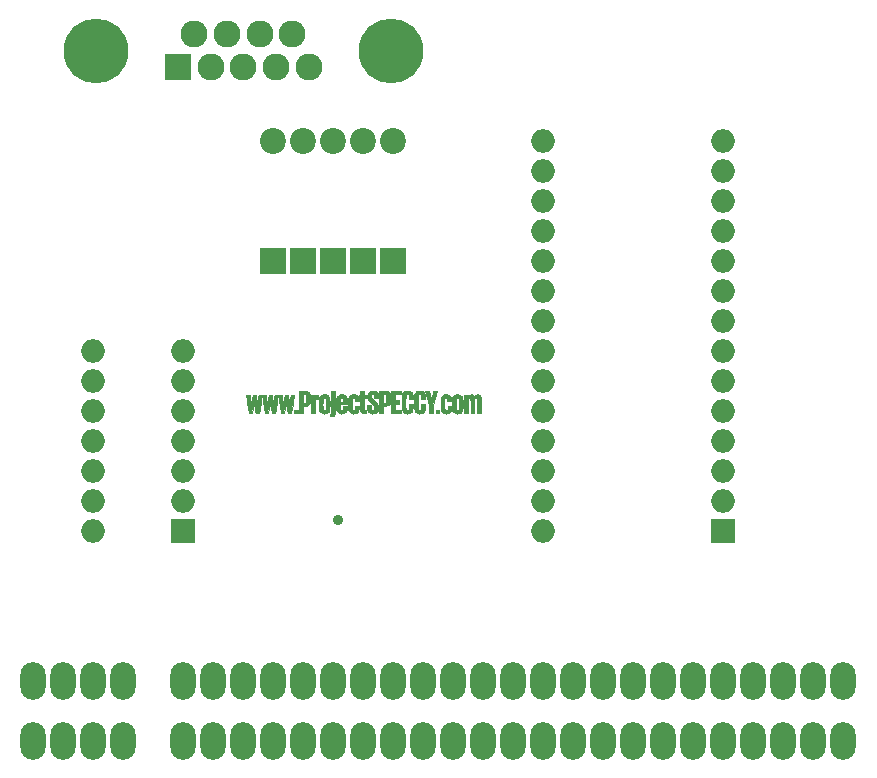
<source format=gts>
G04 #@! TF.FileFunction,Soldermask,Top*
%FSLAX46Y46*%
G04 Gerber Fmt 4.6, Leading zero omitted, Abs format (unit mm)*
G04 Created by KiCad (PCBNEW 4.0.5) date 11/19/17 14:30:07*
%MOMM*%
%LPD*%
G01*
G04 APERTURE LIST*
%ADD10C,0.100000*%
%ADD11C,0.010000*%
%ADD12C,2.200000*%
%ADD13R,2.200000X2.200000*%
%ADD14R,2.279600X2.279600*%
%ADD15C,2.279600*%
%ADD16C,5.480000*%
%ADD17O,2.127200X3.200000*%
%ADD18R,2.000000X2.000000*%
%ADD19O,2.000000X2.000000*%
%ADD20C,0.880000*%
G04 APERTURE END LIST*
D10*
D11*
G36*
X149961600Y-103614205D02*
X149961548Y-103781950D01*
X149961366Y-103926170D01*
X149961007Y-104048741D01*
X149960428Y-104151538D01*
X149959586Y-104236438D01*
X149958434Y-104305316D01*
X149956930Y-104360047D01*
X149955029Y-104402506D01*
X149952688Y-104434570D01*
X149949860Y-104458113D01*
X149946504Y-104475011D01*
X149942574Y-104487140D01*
X149940939Y-104490851D01*
X149914338Y-104533992D01*
X149878560Y-104566380D01*
X149829709Y-104589815D01*
X149763893Y-104606101D01*
X149677217Y-104617040D01*
X149666325Y-104617988D01*
X149567900Y-104626251D01*
X149567900Y-104395687D01*
X149602825Y-104391668D01*
X149637750Y-104387650D01*
X149641019Y-103584375D01*
X149644289Y-102781100D01*
X149961600Y-102781100D01*
X149961600Y-103614205D01*
X149961600Y-103614205D01*
G37*
X149961600Y-103614205D02*
X149961548Y-103781950D01*
X149961366Y-103926170D01*
X149961007Y-104048741D01*
X149960428Y-104151538D01*
X149959586Y-104236438D01*
X149958434Y-104305316D01*
X149956930Y-104360047D01*
X149955029Y-104402506D01*
X149952688Y-104434570D01*
X149949860Y-104458113D01*
X149946504Y-104475011D01*
X149942574Y-104487140D01*
X149940939Y-104490851D01*
X149914338Y-104533992D01*
X149878560Y-104566380D01*
X149829709Y-104589815D01*
X149763893Y-104606101D01*
X149677217Y-104617040D01*
X149666325Y-104617988D01*
X149567900Y-104626251D01*
X149567900Y-104395687D01*
X149602825Y-104391668D01*
X149637750Y-104387650D01*
X149641019Y-103584375D01*
X149644289Y-102781100D01*
X149961600Y-102781100D01*
X149961600Y-103614205D01*
G36*
X149078950Y-102775083D02*
X149146522Y-102775777D01*
X149195075Y-102778127D01*
X149230976Y-102783057D01*
X149260595Y-102791488D01*
X149290302Y-102804345D01*
X149294314Y-102806298D01*
X149376716Y-102859338D01*
X149440976Y-102929158D01*
X149487788Y-103016728D01*
X149516928Y-103118248D01*
X149521676Y-103156244D01*
X149525144Y-103215757D01*
X149527349Y-103297619D01*
X149528309Y-103402664D01*
X149528040Y-103531724D01*
X149527248Y-103625650D01*
X149525964Y-103742355D01*
X149524672Y-103836619D01*
X149523175Y-103911401D01*
X149521279Y-103969657D01*
X149518789Y-104014345D01*
X149515511Y-104048425D01*
X149511249Y-104074854D01*
X149505810Y-104096590D01*
X149498998Y-104116591D01*
X149494100Y-104129168D01*
X149445730Y-104219813D01*
X149380840Y-104291212D01*
X149299662Y-104343207D01*
X149202431Y-104375643D01*
X149107773Y-104387696D01*
X149050631Y-104388798D01*
X148996084Y-104386938D01*
X148954674Y-104382523D01*
X148950109Y-104381636D01*
X148853646Y-104348579D01*
X148770135Y-104294529D01*
X148702179Y-104221691D01*
X148652382Y-104132266D01*
X148650777Y-104128307D01*
X148643118Y-104108084D01*
X148636932Y-104087773D01*
X148632027Y-104064422D01*
X148628210Y-104035076D01*
X148625288Y-103996781D01*
X148623069Y-103946583D01*
X148621358Y-103881529D01*
X148619964Y-103798664D01*
X148618693Y-103695036D01*
X148617951Y-103625650D01*
X148617662Y-103585201D01*
X148932919Y-103585201D01*
X148933041Y-103701561D01*
X148933482Y-103795322D01*
X148934376Y-103869282D01*
X148935858Y-103926243D01*
X148938060Y-103969003D01*
X148941117Y-104000362D01*
X148945161Y-104023120D01*
X148950327Y-104040076D01*
X148955144Y-104050923D01*
X148990590Y-104096857D01*
X149038776Y-104122450D01*
X149072600Y-104126925D01*
X149108910Y-104121068D01*
X149136100Y-104111061D01*
X149162994Y-104089099D01*
X149187334Y-104056042D01*
X149190055Y-104050923D01*
X149196173Y-104036523D01*
X149201068Y-104018473D01*
X149204872Y-103993974D01*
X149207719Y-103960227D01*
X149209743Y-103914431D01*
X149211077Y-103853787D01*
X149211855Y-103775496D01*
X149212210Y-103676756D01*
X149212280Y-103585201D01*
X149211857Y-103456633D01*
X149210600Y-103347172D01*
X149208549Y-103258120D01*
X149205741Y-103190776D01*
X149202215Y-103146440D01*
X149198754Y-103128001D01*
X149170576Y-103076029D01*
X149132052Y-103045951D01*
X149079708Y-103035211D01*
X149072600Y-103035100D01*
X149018432Y-103043767D01*
X148978487Y-103071476D01*
X148949289Y-103120783D01*
X148946445Y-103128001D01*
X148942350Y-103152161D01*
X148938941Y-103200412D01*
X148936256Y-103271455D01*
X148934334Y-103363990D01*
X148933213Y-103476717D01*
X148932919Y-103585201D01*
X148617662Y-103585201D01*
X148616917Y-103481047D01*
X148617101Y-103360983D01*
X148618521Y-103264625D01*
X148621192Y-103191141D01*
X148625133Y-103139699D01*
X148628271Y-103118248D01*
X148657671Y-103015366D01*
X148702529Y-102931636D01*
X148764378Y-102864967D01*
X148844748Y-102813267D01*
X148855601Y-102808021D01*
X148888621Y-102793608D01*
X148918814Y-102784080D01*
X148952784Y-102778463D01*
X148997138Y-102775784D01*
X149058481Y-102775067D01*
X149078950Y-102775083D01*
X149078950Y-102775083D01*
G37*
X149078950Y-102775083D02*
X149146522Y-102775777D01*
X149195075Y-102778127D01*
X149230976Y-102783057D01*
X149260595Y-102791488D01*
X149290302Y-102804345D01*
X149294314Y-102806298D01*
X149376716Y-102859338D01*
X149440976Y-102929158D01*
X149487788Y-103016728D01*
X149516928Y-103118248D01*
X149521676Y-103156244D01*
X149525144Y-103215757D01*
X149527349Y-103297619D01*
X149528309Y-103402664D01*
X149528040Y-103531724D01*
X149527248Y-103625650D01*
X149525964Y-103742355D01*
X149524672Y-103836619D01*
X149523175Y-103911401D01*
X149521279Y-103969657D01*
X149518789Y-104014345D01*
X149515511Y-104048425D01*
X149511249Y-104074854D01*
X149505810Y-104096590D01*
X149498998Y-104116591D01*
X149494100Y-104129168D01*
X149445730Y-104219813D01*
X149380840Y-104291212D01*
X149299662Y-104343207D01*
X149202431Y-104375643D01*
X149107773Y-104387696D01*
X149050631Y-104388798D01*
X148996084Y-104386938D01*
X148954674Y-104382523D01*
X148950109Y-104381636D01*
X148853646Y-104348579D01*
X148770135Y-104294529D01*
X148702179Y-104221691D01*
X148652382Y-104132266D01*
X148650777Y-104128307D01*
X148643118Y-104108084D01*
X148636932Y-104087773D01*
X148632027Y-104064422D01*
X148628210Y-104035076D01*
X148625288Y-103996781D01*
X148623069Y-103946583D01*
X148621358Y-103881529D01*
X148619964Y-103798664D01*
X148618693Y-103695036D01*
X148617951Y-103625650D01*
X148617662Y-103585201D01*
X148932919Y-103585201D01*
X148933041Y-103701561D01*
X148933482Y-103795322D01*
X148934376Y-103869282D01*
X148935858Y-103926243D01*
X148938060Y-103969003D01*
X148941117Y-104000362D01*
X148945161Y-104023120D01*
X148950327Y-104040076D01*
X148955144Y-104050923D01*
X148990590Y-104096857D01*
X149038776Y-104122450D01*
X149072600Y-104126925D01*
X149108910Y-104121068D01*
X149136100Y-104111061D01*
X149162994Y-104089099D01*
X149187334Y-104056042D01*
X149190055Y-104050923D01*
X149196173Y-104036523D01*
X149201068Y-104018473D01*
X149204872Y-103993974D01*
X149207719Y-103960227D01*
X149209743Y-103914431D01*
X149211077Y-103853787D01*
X149211855Y-103775496D01*
X149212210Y-103676756D01*
X149212280Y-103585201D01*
X149211857Y-103456633D01*
X149210600Y-103347172D01*
X149208549Y-103258120D01*
X149205741Y-103190776D01*
X149202215Y-103146440D01*
X149198754Y-103128001D01*
X149170576Y-103076029D01*
X149132052Y-103045951D01*
X149079708Y-103035211D01*
X149072600Y-103035100D01*
X149018432Y-103043767D01*
X148978487Y-103071476D01*
X148949289Y-103120783D01*
X148946445Y-103128001D01*
X148942350Y-103152161D01*
X148938941Y-103200412D01*
X148936256Y-103271455D01*
X148934334Y-103363990D01*
X148933213Y-103476717D01*
X148932919Y-103585201D01*
X148617662Y-103585201D01*
X148616917Y-103481047D01*
X148617101Y-103360983D01*
X148618521Y-103264625D01*
X148621192Y-103191141D01*
X148625133Y-103139699D01*
X148628271Y-103118248D01*
X148657671Y-103015366D01*
X148702529Y-102931636D01*
X148764378Y-102864967D01*
X148844748Y-102813267D01*
X148855601Y-102808021D01*
X148888621Y-102793608D01*
X148918814Y-102784080D01*
X148952784Y-102778463D01*
X148997138Y-102775784D01*
X149058481Y-102775067D01*
X149078950Y-102775083D01*
G36*
X150634680Y-102777032D02*
X150703921Y-102784535D01*
X150758993Y-102799202D01*
X150805371Y-102822708D01*
X150848525Y-102856729D01*
X150865346Y-102872893D01*
X150903082Y-102916499D01*
X150932902Y-102965610D01*
X150955576Y-103023515D01*
X150971875Y-103093502D01*
X150982566Y-103178861D01*
X150988419Y-103282880D01*
X150990204Y-103406575D01*
X150990300Y-103619300D01*
X150406100Y-103619300D01*
X150406100Y-103816780D01*
X150406736Y-103899636D01*
X150408857Y-103961005D01*
X150412781Y-104004773D01*
X150418829Y-104034825D01*
X150425364Y-104051515D01*
X150458698Y-104092095D01*
X150504720Y-104117718D01*
X150555925Y-104126264D01*
X150604807Y-104115617D01*
X150620515Y-104106590D01*
X150648083Y-104079927D01*
X150667259Y-104042317D01*
X150679111Y-103989836D01*
X150684704Y-103918558D01*
X150685500Y-103867357D01*
X150685500Y-103733600D01*
X150994104Y-103733600D01*
X150986961Y-103901875D01*
X150982375Y-103983750D01*
X150975949Y-104046533D01*
X150966776Y-104096514D01*
X150953947Y-104139983D01*
X150951644Y-104146350D01*
X150912429Y-104221785D01*
X150856431Y-104287971D01*
X150789550Y-104338871D01*
X150741455Y-104361463D01*
X150675285Y-104377853D01*
X150595625Y-104387198D01*
X150512667Y-104389111D01*
X150436606Y-104383204D01*
X150394433Y-104374639D01*
X150302737Y-104338707D01*
X150228246Y-104286065D01*
X150168017Y-104214166D01*
X150130562Y-104146350D01*
X150094950Y-104070150D01*
X150094950Y-103581200D01*
X150094979Y-103456879D01*
X150095167Y-103355227D01*
X150095658Y-103273516D01*
X150095807Y-103263292D01*
X150406100Y-103263292D01*
X150406100Y-103378000D01*
X150685500Y-103378000D01*
X150684946Y-103292275D01*
X150680325Y-103199960D01*
X150667133Y-103130049D01*
X150644360Y-103080698D01*
X150610998Y-103050061D01*
X150566038Y-103036295D01*
X150544256Y-103035100D01*
X150493302Y-103040638D01*
X150455679Y-103059000D01*
X150429802Y-103092802D01*
X150414087Y-103144662D01*
X150406948Y-103217199D01*
X150406100Y-103263292D01*
X150095807Y-103263292D01*
X150096600Y-103209013D01*
X150098138Y-103158989D01*
X150100419Y-103120714D01*
X150103590Y-103091457D01*
X150107796Y-103068488D01*
X150113185Y-103049076D01*
X150119901Y-103030492D01*
X150125182Y-103017233D01*
X150168914Y-102938475D01*
X150230446Y-102868819D01*
X150303182Y-102815267D01*
X150326929Y-102803051D01*
X150356538Y-102790974D01*
X150387311Y-102782911D01*
X150425333Y-102778083D01*
X150476691Y-102775710D01*
X150545800Y-102775015D01*
X150634680Y-102777032D01*
X150634680Y-102777032D01*
G37*
X150634680Y-102777032D02*
X150703921Y-102784535D01*
X150758993Y-102799202D01*
X150805371Y-102822708D01*
X150848525Y-102856729D01*
X150865346Y-102872893D01*
X150903082Y-102916499D01*
X150932902Y-102965610D01*
X150955576Y-103023515D01*
X150971875Y-103093502D01*
X150982566Y-103178861D01*
X150988419Y-103282880D01*
X150990204Y-103406575D01*
X150990300Y-103619300D01*
X150406100Y-103619300D01*
X150406100Y-103816780D01*
X150406736Y-103899636D01*
X150408857Y-103961005D01*
X150412781Y-104004773D01*
X150418829Y-104034825D01*
X150425364Y-104051515D01*
X150458698Y-104092095D01*
X150504720Y-104117718D01*
X150555925Y-104126264D01*
X150604807Y-104115617D01*
X150620515Y-104106590D01*
X150648083Y-104079927D01*
X150667259Y-104042317D01*
X150679111Y-103989836D01*
X150684704Y-103918558D01*
X150685500Y-103867357D01*
X150685500Y-103733600D01*
X150994104Y-103733600D01*
X150986961Y-103901875D01*
X150982375Y-103983750D01*
X150975949Y-104046533D01*
X150966776Y-104096514D01*
X150953947Y-104139983D01*
X150951644Y-104146350D01*
X150912429Y-104221785D01*
X150856431Y-104287971D01*
X150789550Y-104338871D01*
X150741455Y-104361463D01*
X150675285Y-104377853D01*
X150595625Y-104387198D01*
X150512667Y-104389111D01*
X150436606Y-104383204D01*
X150394433Y-104374639D01*
X150302737Y-104338707D01*
X150228246Y-104286065D01*
X150168017Y-104214166D01*
X150130562Y-104146350D01*
X150094950Y-104070150D01*
X150094950Y-103581200D01*
X150094979Y-103456879D01*
X150095167Y-103355227D01*
X150095658Y-103273516D01*
X150095807Y-103263292D01*
X150406100Y-103263292D01*
X150406100Y-103378000D01*
X150685500Y-103378000D01*
X150684946Y-103292275D01*
X150680325Y-103199960D01*
X150667133Y-103130049D01*
X150644360Y-103080698D01*
X150610998Y-103050061D01*
X150566038Y-103036295D01*
X150544256Y-103035100D01*
X150493302Y-103040638D01*
X150455679Y-103059000D01*
X150429802Y-103092802D01*
X150414087Y-103144662D01*
X150406948Y-103217199D01*
X150406100Y-103263292D01*
X150095807Y-103263292D01*
X150096600Y-103209013D01*
X150098138Y-103158989D01*
X150100419Y-103120714D01*
X150103590Y-103091457D01*
X150107796Y-103068488D01*
X150113185Y-103049076D01*
X150119901Y-103030492D01*
X150125182Y-103017233D01*
X150168914Y-102938475D01*
X150230446Y-102868819D01*
X150303182Y-102815267D01*
X150326929Y-102803051D01*
X150356538Y-102790974D01*
X150387311Y-102782911D01*
X150425333Y-102778083D01*
X150476691Y-102775710D01*
X150545800Y-102775015D01*
X150634680Y-102777032D01*
G36*
X151561800Y-102775468D02*
X151644135Y-102777224D01*
X151707052Y-102782850D01*
X151756450Y-102794157D01*
X151798228Y-102812955D01*
X151838284Y-102841056D01*
X151872368Y-102870820D01*
X151917889Y-102920206D01*
X151950732Y-102975038D01*
X151972765Y-103040452D01*
X151985856Y-103121584D01*
X151990979Y-103197025D01*
X151996796Y-103339900D01*
X151688800Y-103339900D01*
X151688800Y-103237669D01*
X151684282Y-103158582D01*
X151670229Y-103101057D01*
X151645887Y-103062820D01*
X151626003Y-103048176D01*
X151587653Y-103037346D01*
X151540314Y-103036264D01*
X151496645Y-103044465D01*
X151477476Y-103053644D01*
X151463216Y-103064820D01*
X151451599Y-103078086D01*
X151442379Y-103095958D01*
X151435314Y-103120950D01*
X151430160Y-103155579D01*
X151426673Y-103202360D01*
X151424609Y-103263807D01*
X151423724Y-103342438D01*
X151423776Y-103440766D01*
X151424520Y-103561307D01*
X151424803Y-103597393D01*
X151428450Y-104050550D01*
X151463663Y-104085750D01*
X151492047Y-104108651D01*
X151523784Y-104118929D01*
X151560755Y-104120950D01*
X151609272Y-104115982D01*
X151645896Y-104099334D01*
X151672023Y-104068383D01*
X151689053Y-104020511D01*
X151698384Y-103953096D01*
X151701417Y-103863519D01*
X151701429Y-103857425D01*
X151701500Y-103733600D01*
X151996424Y-103733600D01*
X151991315Y-103914575D01*
X151988871Y-103988041D01*
X151985723Y-104042014D01*
X151980930Y-104082397D01*
X151973551Y-104115096D01*
X151962645Y-104146015D01*
X151949707Y-104175728D01*
X151900136Y-104257806D01*
X151835589Y-104319925D01*
X151757007Y-104361188D01*
X151753994Y-104362250D01*
X151689284Y-104377972D01*
X151611072Y-104386990D01*
X151529461Y-104388938D01*
X151454555Y-104383450D01*
X151410433Y-104374686D01*
X151314687Y-104335704D01*
X151235511Y-104277862D01*
X151174135Y-104202355D01*
X151131792Y-104110378D01*
X151129136Y-104101924D01*
X151122436Y-104078544D01*
X151117047Y-104055163D01*
X151112854Y-104028897D01*
X151109743Y-103996863D01*
X151107600Y-103956178D01*
X151106310Y-103903958D01*
X151105759Y-103837320D01*
X151105832Y-103753381D01*
X151106416Y-103649257D01*
X151107182Y-103548395D01*
X151110950Y-103079550D01*
X151143984Y-103009120D01*
X151193402Y-102924199D01*
X151253754Y-102859581D01*
X151328880Y-102811178D01*
X151330893Y-102810184D01*
X151362937Y-102795273D01*
X151391226Y-102785284D01*
X151422054Y-102779271D01*
X151461711Y-102776288D01*
X151516491Y-102775389D01*
X151561800Y-102775468D01*
X151561800Y-102775468D01*
G37*
X151561800Y-102775468D02*
X151644135Y-102777224D01*
X151707052Y-102782850D01*
X151756450Y-102794157D01*
X151798228Y-102812955D01*
X151838284Y-102841056D01*
X151872368Y-102870820D01*
X151917889Y-102920206D01*
X151950732Y-102975038D01*
X151972765Y-103040452D01*
X151985856Y-103121584D01*
X151990979Y-103197025D01*
X151996796Y-103339900D01*
X151688800Y-103339900D01*
X151688800Y-103237669D01*
X151684282Y-103158582D01*
X151670229Y-103101057D01*
X151645887Y-103062820D01*
X151626003Y-103048176D01*
X151587653Y-103037346D01*
X151540314Y-103036264D01*
X151496645Y-103044465D01*
X151477476Y-103053644D01*
X151463216Y-103064820D01*
X151451599Y-103078086D01*
X151442379Y-103095958D01*
X151435314Y-103120950D01*
X151430160Y-103155579D01*
X151426673Y-103202360D01*
X151424609Y-103263807D01*
X151423724Y-103342438D01*
X151423776Y-103440766D01*
X151424520Y-103561307D01*
X151424803Y-103597393D01*
X151428450Y-104050550D01*
X151463663Y-104085750D01*
X151492047Y-104108651D01*
X151523784Y-104118929D01*
X151560755Y-104120950D01*
X151609272Y-104115982D01*
X151645896Y-104099334D01*
X151672023Y-104068383D01*
X151689053Y-104020511D01*
X151698384Y-103953096D01*
X151701417Y-103863519D01*
X151701429Y-103857425D01*
X151701500Y-103733600D01*
X151996424Y-103733600D01*
X151991315Y-103914575D01*
X151988871Y-103988041D01*
X151985723Y-104042014D01*
X151980930Y-104082397D01*
X151973551Y-104115096D01*
X151962645Y-104146015D01*
X151949707Y-104175728D01*
X151900136Y-104257806D01*
X151835589Y-104319925D01*
X151757007Y-104361188D01*
X151753994Y-104362250D01*
X151689284Y-104377972D01*
X151611072Y-104386990D01*
X151529461Y-104388938D01*
X151454555Y-104383450D01*
X151410433Y-104374686D01*
X151314687Y-104335704D01*
X151235511Y-104277862D01*
X151174135Y-104202355D01*
X151131792Y-104110378D01*
X151129136Y-104101924D01*
X151122436Y-104078544D01*
X151117047Y-104055163D01*
X151112854Y-104028897D01*
X151109743Y-103996863D01*
X151107600Y-103956178D01*
X151106310Y-103903958D01*
X151105759Y-103837320D01*
X151105832Y-103753381D01*
X151106416Y-103649257D01*
X151107182Y-103548395D01*
X151110950Y-103079550D01*
X151143984Y-103009120D01*
X151193402Y-102924199D01*
X151253754Y-102859581D01*
X151328880Y-102811178D01*
X151330893Y-102810184D01*
X151362937Y-102795273D01*
X151391226Y-102785284D01*
X151422054Y-102779271D01*
X151461711Y-102776288D01*
X151516491Y-102775389D01*
X151561800Y-102775468D01*
G36*
X153325257Y-102472219D02*
X153388068Y-102487375D01*
X153441521Y-102512313D01*
X153490726Y-102548309D01*
X153494961Y-102551994D01*
X153538491Y-102594949D01*
X153570255Y-102639202D01*
X153592167Y-102690003D01*
X153606138Y-102752600D01*
X153614080Y-102832243D01*
X153616595Y-102885875D01*
X153622203Y-103047800D01*
X153327100Y-103047800D01*
X153327029Y-102962075D01*
X153321898Y-102875242D01*
X153305985Y-102810257D01*
X153278264Y-102765514D01*
X153237709Y-102739409D01*
X153183296Y-102730338D01*
X153178890Y-102730300D01*
X153118295Y-102739479D01*
X153074471Y-102767306D01*
X153047049Y-102814218D01*
X153035662Y-102880648D01*
X153035278Y-102900470D01*
X153037783Y-102936869D01*
X153046205Y-102971738D01*
X153062514Y-103007894D01*
X153088683Y-103048157D01*
X153126685Y-103095344D01*
X153178490Y-103152273D01*
X153246072Y-103221763D01*
X153292665Y-103268329D01*
X153382463Y-103358733D01*
X153455096Y-103435446D01*
X153512455Y-103501578D01*
X153556427Y-103560236D01*
X153588901Y-103614527D01*
X153611767Y-103667559D01*
X153626914Y-103722439D01*
X153636230Y-103782275D01*
X153641110Y-103841578D01*
X153641245Y-103973852D01*
X153624495Y-104087245D01*
X153590609Y-104182078D01*
X153539332Y-104258668D01*
X153470411Y-104317334D01*
X153383592Y-104358396D01*
X153278622Y-104382171D01*
X153206450Y-104388287D01*
X153147161Y-104389083D01*
X153090352Y-104387122D01*
X153045975Y-104382823D01*
X153036673Y-104381160D01*
X152945813Y-104350759D01*
X152866643Y-104302128D01*
X152802926Y-104238476D01*
X152758425Y-104163017D01*
X152748257Y-104134970D01*
X152738953Y-104091528D01*
X152730822Y-104027742D01*
X152724408Y-103948658D01*
X152721071Y-103882825D01*
X152713810Y-103695500D01*
X153035000Y-103695500D01*
X153035000Y-103866749D01*
X153035172Y-103935777D01*
X153036233Y-103984324D01*
X153039002Y-104017308D01*
X153044296Y-104039647D01*
X153052934Y-104056261D01*
X153065734Y-104072067D01*
X153069925Y-104076740D01*
X153115814Y-104111436D01*
X153167609Y-104125015D01*
X153219277Y-104117914D01*
X153264786Y-104090567D01*
X153288946Y-104060941D01*
X153304527Y-104019077D01*
X153313157Y-103961791D01*
X153314609Y-103898156D01*
X153308652Y-103837244D01*
X153295788Y-103789840D01*
X153281597Y-103767884D01*
X153252094Y-103731054D01*
X153209962Y-103682406D01*
X153157883Y-103624992D01*
X153098537Y-103561869D01*
X153065675Y-103527779D01*
X152976482Y-103434859D01*
X152904228Y-103355967D01*
X152847232Y-103287859D01*
X152803814Y-103227287D01*
X152772292Y-103171005D01*
X152750984Y-103115768D01*
X152738211Y-103058327D01*
X152732289Y-102995438D01*
X152731540Y-102923854D01*
X152732555Y-102884511D01*
X152738241Y-102794227D01*
X152749691Y-102723518D01*
X152768733Y-102666866D01*
X152797191Y-102618755D01*
X152834693Y-102575853D01*
X152883647Y-102533272D01*
X152935583Y-102502942D01*
X152996204Y-102482884D01*
X153071216Y-102471121D01*
X153151111Y-102466147D01*
X153247975Y-102465568D01*
X153325257Y-102472219D01*
X153325257Y-102472219D01*
G37*
X153325257Y-102472219D02*
X153388068Y-102487375D01*
X153441521Y-102512313D01*
X153490726Y-102548309D01*
X153494961Y-102551994D01*
X153538491Y-102594949D01*
X153570255Y-102639202D01*
X153592167Y-102690003D01*
X153606138Y-102752600D01*
X153614080Y-102832243D01*
X153616595Y-102885875D01*
X153622203Y-103047800D01*
X153327100Y-103047800D01*
X153327029Y-102962075D01*
X153321898Y-102875242D01*
X153305985Y-102810257D01*
X153278264Y-102765514D01*
X153237709Y-102739409D01*
X153183296Y-102730338D01*
X153178890Y-102730300D01*
X153118295Y-102739479D01*
X153074471Y-102767306D01*
X153047049Y-102814218D01*
X153035662Y-102880648D01*
X153035278Y-102900470D01*
X153037783Y-102936869D01*
X153046205Y-102971738D01*
X153062514Y-103007894D01*
X153088683Y-103048157D01*
X153126685Y-103095344D01*
X153178490Y-103152273D01*
X153246072Y-103221763D01*
X153292665Y-103268329D01*
X153382463Y-103358733D01*
X153455096Y-103435446D01*
X153512455Y-103501578D01*
X153556427Y-103560236D01*
X153588901Y-103614527D01*
X153611767Y-103667559D01*
X153626914Y-103722439D01*
X153636230Y-103782275D01*
X153641110Y-103841578D01*
X153641245Y-103973852D01*
X153624495Y-104087245D01*
X153590609Y-104182078D01*
X153539332Y-104258668D01*
X153470411Y-104317334D01*
X153383592Y-104358396D01*
X153278622Y-104382171D01*
X153206450Y-104388287D01*
X153147161Y-104389083D01*
X153090352Y-104387122D01*
X153045975Y-104382823D01*
X153036673Y-104381160D01*
X152945813Y-104350759D01*
X152866643Y-104302128D01*
X152802926Y-104238476D01*
X152758425Y-104163017D01*
X152748257Y-104134970D01*
X152738953Y-104091528D01*
X152730822Y-104027742D01*
X152724408Y-103948658D01*
X152721071Y-103882825D01*
X152713810Y-103695500D01*
X153035000Y-103695500D01*
X153035000Y-103866749D01*
X153035172Y-103935777D01*
X153036233Y-103984324D01*
X153039002Y-104017308D01*
X153044296Y-104039647D01*
X153052934Y-104056261D01*
X153065734Y-104072067D01*
X153069925Y-104076740D01*
X153115814Y-104111436D01*
X153167609Y-104125015D01*
X153219277Y-104117914D01*
X153264786Y-104090567D01*
X153288946Y-104060941D01*
X153304527Y-104019077D01*
X153313157Y-103961791D01*
X153314609Y-103898156D01*
X153308652Y-103837244D01*
X153295788Y-103789840D01*
X153281597Y-103767884D01*
X153252094Y-103731054D01*
X153209962Y-103682406D01*
X153157883Y-103624992D01*
X153098537Y-103561869D01*
X153065675Y-103527779D01*
X152976482Y-103434859D01*
X152904228Y-103355967D01*
X152847232Y-103287859D01*
X152803814Y-103227287D01*
X152772292Y-103171005D01*
X152750984Y-103115768D01*
X152738211Y-103058327D01*
X152732289Y-102995438D01*
X152731540Y-102923854D01*
X152732555Y-102884511D01*
X152738241Y-102794227D01*
X152749691Y-102723518D01*
X152768733Y-102666866D01*
X152797191Y-102618755D01*
X152834693Y-102575853D01*
X152883647Y-102533272D01*
X152935583Y-102502942D01*
X152996204Y-102482884D01*
X153071216Y-102471121D01*
X153151111Y-102466147D01*
X153247975Y-102465568D01*
X153325257Y-102472219D01*
G36*
X156186325Y-102470229D02*
X156237972Y-102471576D01*
X156275157Y-102474757D01*
X156303352Y-102480535D01*
X156328023Y-102489675D01*
X156354640Y-102502943D01*
X156356050Y-102503690D01*
X156419561Y-102544832D01*
X156470093Y-102595271D01*
X156508701Y-102657676D01*
X156536444Y-102734717D01*
X156554379Y-102829061D01*
X156563564Y-102943378D01*
X156565348Y-103031925D01*
X156565600Y-103162100D01*
X156260800Y-103162100D01*
X156260780Y-103006525D01*
X156259932Y-102933929D01*
X156257018Y-102881401D01*
X156251450Y-102843650D01*
X156242641Y-102815387D01*
X156238555Y-102806500D01*
X156205143Y-102764573D01*
X156159782Y-102740562D01*
X156108519Y-102734460D01*
X156057401Y-102746257D01*
X156012476Y-102775947D01*
X155988268Y-102806830D01*
X155981843Y-102818762D01*
X155976546Y-102832276D01*
X155972245Y-102849863D01*
X155968809Y-102874012D01*
X155966105Y-102907217D01*
X155964002Y-102951967D01*
X155962368Y-103010753D01*
X155961070Y-103086068D01*
X155959978Y-103180401D01*
X155958960Y-103296244D01*
X155958370Y-103371650D01*
X155957699Y-103487101D01*
X155957461Y-103597003D01*
X155957633Y-103698220D01*
X155958194Y-103787618D01*
X155959121Y-103862062D01*
X155960392Y-103918418D01*
X155961983Y-103953551D01*
X155962579Y-103959981D01*
X155979615Y-104027312D01*
X156012319Y-104074828D01*
X156061205Y-104103100D01*
X156099038Y-104111122D01*
X156148341Y-104112058D01*
X156184674Y-104100472D01*
X156191762Y-104096185D01*
X156215616Y-104076887D01*
X156233435Y-104052111D01*
X156246032Y-104018177D01*
X156254225Y-103971406D01*
X156258829Y-103908117D01*
X156260661Y-103824631D01*
X156260800Y-103784807D01*
X156260800Y-103581200D01*
X156414865Y-103581200D01*
X156568930Y-103581199D01*
X156562243Y-103819325D01*
X156558359Y-103924383D01*
X156552711Y-104008155D01*
X156544438Y-104074738D01*
X156532684Y-104128229D01*
X156516588Y-104172725D01*
X156495293Y-104212324D01*
X156473199Y-104244214D01*
X156420637Y-104296471D01*
X156348279Y-104340938D01*
X156303158Y-104362031D01*
X156263887Y-104375327D01*
X156220956Y-104383044D01*
X156164857Y-104387400D01*
X156145079Y-104388338D01*
X156065285Y-104388874D01*
X155996796Y-104383583D01*
X155960870Y-104376925D01*
X155862456Y-104340080D01*
X155781034Y-104284467D01*
X155716944Y-104210501D01*
X155670528Y-104118594D01*
X155642127Y-104009160D01*
X155638764Y-103986179D01*
X155635500Y-103947190D01*
X155632752Y-103886945D01*
X155630520Y-103809162D01*
X155628804Y-103717560D01*
X155627606Y-103615856D01*
X155626925Y-103507769D01*
X155626763Y-103397018D01*
X155627120Y-103287319D01*
X155627998Y-103182393D01*
X155629395Y-103085956D01*
X155631314Y-103001727D01*
X155633755Y-102933425D01*
X155636719Y-102884768D01*
X155638559Y-102867813D01*
X155664191Y-102753079D01*
X155705446Y-102657799D01*
X155763035Y-102580864D01*
X155837667Y-102521169D01*
X155873450Y-102501374D01*
X155900946Y-102488722D01*
X155927084Y-102479996D01*
X155957393Y-102474476D01*
X155997401Y-102471443D01*
X156052639Y-102470176D01*
X156114750Y-102469950D01*
X156186325Y-102470229D01*
X156186325Y-102470229D01*
G37*
X156186325Y-102470229D02*
X156237972Y-102471576D01*
X156275157Y-102474757D01*
X156303352Y-102480535D01*
X156328023Y-102489675D01*
X156354640Y-102502943D01*
X156356050Y-102503690D01*
X156419561Y-102544832D01*
X156470093Y-102595271D01*
X156508701Y-102657676D01*
X156536444Y-102734717D01*
X156554379Y-102829061D01*
X156563564Y-102943378D01*
X156565348Y-103031925D01*
X156565600Y-103162100D01*
X156260800Y-103162100D01*
X156260780Y-103006525D01*
X156259932Y-102933929D01*
X156257018Y-102881401D01*
X156251450Y-102843650D01*
X156242641Y-102815387D01*
X156238555Y-102806500D01*
X156205143Y-102764573D01*
X156159782Y-102740562D01*
X156108519Y-102734460D01*
X156057401Y-102746257D01*
X156012476Y-102775947D01*
X155988268Y-102806830D01*
X155981843Y-102818762D01*
X155976546Y-102832276D01*
X155972245Y-102849863D01*
X155968809Y-102874012D01*
X155966105Y-102907217D01*
X155964002Y-102951967D01*
X155962368Y-103010753D01*
X155961070Y-103086068D01*
X155959978Y-103180401D01*
X155958960Y-103296244D01*
X155958370Y-103371650D01*
X155957699Y-103487101D01*
X155957461Y-103597003D01*
X155957633Y-103698220D01*
X155958194Y-103787618D01*
X155959121Y-103862062D01*
X155960392Y-103918418D01*
X155961983Y-103953551D01*
X155962579Y-103959981D01*
X155979615Y-104027312D01*
X156012319Y-104074828D01*
X156061205Y-104103100D01*
X156099038Y-104111122D01*
X156148341Y-104112058D01*
X156184674Y-104100472D01*
X156191762Y-104096185D01*
X156215616Y-104076887D01*
X156233435Y-104052111D01*
X156246032Y-104018177D01*
X156254225Y-103971406D01*
X156258829Y-103908117D01*
X156260661Y-103824631D01*
X156260800Y-103784807D01*
X156260800Y-103581200D01*
X156414865Y-103581200D01*
X156568930Y-103581199D01*
X156562243Y-103819325D01*
X156558359Y-103924383D01*
X156552711Y-104008155D01*
X156544438Y-104074738D01*
X156532684Y-104128229D01*
X156516588Y-104172725D01*
X156495293Y-104212324D01*
X156473199Y-104244214D01*
X156420637Y-104296471D01*
X156348279Y-104340938D01*
X156303158Y-104362031D01*
X156263887Y-104375327D01*
X156220956Y-104383044D01*
X156164857Y-104387400D01*
X156145079Y-104388338D01*
X156065285Y-104388874D01*
X155996796Y-104383583D01*
X155960870Y-104376925D01*
X155862456Y-104340080D01*
X155781034Y-104284467D01*
X155716944Y-104210501D01*
X155670528Y-104118594D01*
X155642127Y-104009160D01*
X155638764Y-103986179D01*
X155635500Y-103947190D01*
X155632752Y-103886945D01*
X155630520Y-103809162D01*
X155628804Y-103717560D01*
X155627606Y-103615856D01*
X155626925Y-103507769D01*
X155626763Y-103397018D01*
X155627120Y-103287319D01*
X155627998Y-103182393D01*
X155629395Y-103085956D01*
X155631314Y-103001727D01*
X155633755Y-102933425D01*
X155636719Y-102884768D01*
X155638559Y-102867813D01*
X155664191Y-102753079D01*
X155705446Y-102657799D01*
X155763035Y-102580864D01*
X155837667Y-102521169D01*
X155873450Y-102501374D01*
X155900946Y-102488722D01*
X155927084Y-102479996D01*
X155957393Y-102474476D01*
X155997401Y-102471443D01*
X156052639Y-102470176D01*
X156114750Y-102469950D01*
X156186325Y-102470229D01*
G36*
X157305764Y-102473600D02*
X157373767Y-102491536D01*
X157433340Y-102520272D01*
X157447309Y-102529116D01*
X157500693Y-102573234D01*
X157542099Y-102628345D01*
X157572467Y-102697188D01*
X157592738Y-102782503D01*
X157603851Y-102887029D01*
X157606801Y-102993825D01*
X157607000Y-103162100D01*
X157304119Y-103162100D01*
X157299984Y-102984552D01*
X157298175Y-102914077D01*
X157296001Y-102864277D01*
X157292591Y-102830434D01*
X157287070Y-102807828D01*
X157278567Y-102791740D01*
X157266209Y-102777451D01*
X157260636Y-102771827D01*
X157232708Y-102749184D01*
X157201615Y-102738857D01*
X157162455Y-102736650D01*
X157120065Y-102739319D01*
X157090269Y-102750648D01*
X157060527Y-102775617D01*
X157057969Y-102778159D01*
X157016450Y-102819669D01*
X157012568Y-103394109D01*
X157011779Y-103553948D01*
X157011748Y-103689090D01*
X157012487Y-103800228D01*
X157014008Y-103888053D01*
X157016322Y-103953257D01*
X157019440Y-103996534D01*
X157022785Y-104016782D01*
X157048047Y-104063772D01*
X157088137Y-104095964D01*
X157136968Y-104112546D01*
X157188449Y-104112706D01*
X157236495Y-104095632D01*
X157275015Y-104060511D01*
X157281051Y-104051233D01*
X157289072Y-104033599D01*
X157294844Y-104009363D01*
X157298704Y-103974506D01*
X157300986Y-103925007D01*
X157302028Y-103856848D01*
X157302200Y-103798315D01*
X157302200Y-103581200D01*
X157609296Y-103581200D01*
X157603953Y-103832025D01*
X157601108Y-103934255D01*
X157596773Y-104015170D01*
X157589946Y-104078851D01*
X157579625Y-104129378D01*
X157564809Y-104170830D01*
X157544494Y-104207289D01*
X157517681Y-104242835D01*
X157497344Y-104266214D01*
X157439510Y-104318336D01*
X157371852Y-104354851D01*
X157289929Y-104377509D01*
X157189300Y-104388060D01*
X157187900Y-104388123D01*
X157129702Y-104388973D01*
X157073709Y-104386880D01*
X157030463Y-104382293D01*
X157024473Y-104381158D01*
X156925686Y-104348340D01*
X156842044Y-104295461D01*
X156774495Y-104223522D01*
X156723987Y-104133524D01*
X156692255Y-104030317D01*
X156688625Y-103998480D01*
X156685746Y-103941940D01*
X156683629Y-103861382D01*
X156682283Y-103757492D01*
X156681719Y-103630957D01*
X156681948Y-103482462D01*
X156682474Y-103382617D01*
X156683388Y-103245793D01*
X156684278Y-103131928D01*
X156685268Y-103038582D01*
X156686481Y-102963314D01*
X156688040Y-102903685D01*
X156690068Y-102857253D01*
X156692687Y-102821579D01*
X156696022Y-102794222D01*
X156700195Y-102772742D01*
X156705330Y-102754699D01*
X156711549Y-102737651D01*
X156715507Y-102727739D01*
X156757481Y-102649481D01*
X156814521Y-102579699D01*
X156880697Y-102524842D01*
X156924001Y-102501026D01*
X156966144Y-102485475D01*
X157013075Y-102475184D01*
X157072483Y-102468803D01*
X157123450Y-102466029D01*
X157224077Y-102465438D01*
X157305764Y-102473600D01*
X157305764Y-102473600D01*
G37*
X157305764Y-102473600D02*
X157373767Y-102491536D01*
X157433340Y-102520272D01*
X157447309Y-102529116D01*
X157500693Y-102573234D01*
X157542099Y-102628345D01*
X157572467Y-102697188D01*
X157592738Y-102782503D01*
X157603851Y-102887029D01*
X157606801Y-102993825D01*
X157607000Y-103162100D01*
X157304119Y-103162100D01*
X157299984Y-102984552D01*
X157298175Y-102914077D01*
X157296001Y-102864277D01*
X157292591Y-102830434D01*
X157287070Y-102807828D01*
X157278567Y-102791740D01*
X157266209Y-102777451D01*
X157260636Y-102771827D01*
X157232708Y-102749184D01*
X157201615Y-102738857D01*
X157162455Y-102736650D01*
X157120065Y-102739319D01*
X157090269Y-102750648D01*
X157060527Y-102775617D01*
X157057969Y-102778159D01*
X157016450Y-102819669D01*
X157012568Y-103394109D01*
X157011779Y-103553948D01*
X157011748Y-103689090D01*
X157012487Y-103800228D01*
X157014008Y-103888053D01*
X157016322Y-103953257D01*
X157019440Y-103996534D01*
X157022785Y-104016782D01*
X157048047Y-104063772D01*
X157088137Y-104095964D01*
X157136968Y-104112546D01*
X157188449Y-104112706D01*
X157236495Y-104095632D01*
X157275015Y-104060511D01*
X157281051Y-104051233D01*
X157289072Y-104033599D01*
X157294844Y-104009363D01*
X157298704Y-103974506D01*
X157300986Y-103925007D01*
X157302028Y-103856848D01*
X157302200Y-103798315D01*
X157302200Y-103581200D01*
X157609296Y-103581200D01*
X157603953Y-103832025D01*
X157601108Y-103934255D01*
X157596773Y-104015170D01*
X157589946Y-104078851D01*
X157579625Y-104129378D01*
X157564809Y-104170830D01*
X157544494Y-104207289D01*
X157517681Y-104242835D01*
X157497344Y-104266214D01*
X157439510Y-104318336D01*
X157371852Y-104354851D01*
X157289929Y-104377509D01*
X157189300Y-104388060D01*
X157187900Y-104388123D01*
X157129702Y-104388973D01*
X157073709Y-104386880D01*
X157030463Y-104382293D01*
X157024473Y-104381158D01*
X156925686Y-104348340D01*
X156842044Y-104295461D01*
X156774495Y-104223522D01*
X156723987Y-104133524D01*
X156692255Y-104030317D01*
X156688625Y-103998480D01*
X156685746Y-103941940D01*
X156683629Y-103861382D01*
X156682283Y-103757492D01*
X156681719Y-103630957D01*
X156681948Y-103482462D01*
X156682474Y-103382617D01*
X156683388Y-103245793D01*
X156684278Y-103131928D01*
X156685268Y-103038582D01*
X156686481Y-102963314D01*
X156688040Y-102903685D01*
X156690068Y-102857253D01*
X156692687Y-102821579D01*
X156696022Y-102794222D01*
X156700195Y-102772742D01*
X156705330Y-102754699D01*
X156711549Y-102737651D01*
X156715507Y-102727739D01*
X156757481Y-102649481D01*
X156814521Y-102579699D01*
X156880697Y-102524842D01*
X156924001Y-102501026D01*
X156966144Y-102485475D01*
X157013075Y-102475184D01*
X157072483Y-102468803D01*
X157123450Y-102466029D01*
X157224077Y-102465438D01*
X157305764Y-102473600D01*
G36*
X159452656Y-102775298D02*
X159501228Y-102777004D01*
X159537025Y-102781122D01*
X159566358Y-102788615D01*
X159595535Y-102800447D01*
X159616240Y-102810347D01*
X159684424Y-102853184D01*
X159737647Y-102908665D01*
X159777249Y-102979370D01*
X159804571Y-103067881D01*
X159820954Y-103176779D01*
X159823655Y-103209725D01*
X159832772Y-103339900D01*
X159514451Y-103339900D01*
X159510050Y-103220249D01*
X159507227Y-103162361D01*
X159502906Y-103123592D01*
X159495636Y-103097663D01*
X159483968Y-103078292D01*
X159474861Y-103067849D01*
X159447713Y-103045839D01*
X159414499Y-103036433D01*
X159385180Y-103035100D01*
X159326517Y-103045083D01*
X159283268Y-103075208D01*
X159257221Y-103119696D01*
X159254359Y-103139640D01*
X159251745Y-103181762D01*
X159249463Y-103242839D01*
X159247597Y-103319649D01*
X159246233Y-103408969D01*
X159245453Y-103507578D01*
X159245300Y-103576084D01*
X159245507Y-103697765D01*
X159246195Y-103796561D01*
X159247459Y-103874985D01*
X159249396Y-103935550D01*
X159252105Y-103980768D01*
X159255680Y-104013153D01*
X159260219Y-104035216D01*
X159263349Y-104044314D01*
X159292927Y-104086516D01*
X159336322Y-104114705D01*
X159386214Y-104126512D01*
X159435284Y-104119566D01*
X159458446Y-104107479D01*
X159485867Y-104083159D01*
X159504890Y-104052023D01*
X159516827Y-104009443D01*
X159522993Y-103950791D01*
X159524700Y-103873930D01*
X159524700Y-103733600D01*
X159829500Y-103733600D01*
X159829403Y-103819325D01*
X159826095Y-103914545D01*
X159817024Y-104007032D01*
X159803148Y-104090146D01*
X159785428Y-104157251D01*
X159777559Y-104177936D01*
X159736676Y-104244918D01*
X159677942Y-104304332D01*
X159608900Y-104349210D01*
X159577970Y-104362287D01*
X159524106Y-104375542D01*
X159455167Y-104384631D01*
X159381228Y-104388933D01*
X159312364Y-104387825D01*
X159263165Y-104381713D01*
X159163901Y-104349028D01*
X159081274Y-104297263D01*
X159015835Y-104226993D01*
X158968135Y-104138797D01*
X158940780Y-104044326D01*
X158936048Y-104005989D01*
X158932570Y-103945522D01*
X158930333Y-103862223D01*
X158929322Y-103755392D01*
X158929523Y-103624325D01*
X158930251Y-103530400D01*
X158931451Y-103412899D01*
X158932660Y-103317866D01*
X158934072Y-103242367D01*
X158935877Y-103183470D01*
X158938268Y-103138243D01*
X158941436Y-103103752D01*
X158945574Y-103077066D01*
X158950874Y-103055253D01*
X158957526Y-103035378D01*
X158963675Y-103019593D01*
X159008452Y-102939332D01*
X159072107Y-102868522D01*
X159148254Y-102814000D01*
X159162750Y-102806465D01*
X159192305Y-102793178D01*
X159220756Y-102784269D01*
X159254244Y-102778868D01*
X159298908Y-102776109D01*
X159360889Y-102775123D01*
X159385000Y-102775040D01*
X159452656Y-102775298D01*
X159452656Y-102775298D01*
G37*
X159452656Y-102775298D02*
X159501228Y-102777004D01*
X159537025Y-102781122D01*
X159566358Y-102788615D01*
X159595535Y-102800447D01*
X159616240Y-102810347D01*
X159684424Y-102853184D01*
X159737647Y-102908665D01*
X159777249Y-102979370D01*
X159804571Y-103067881D01*
X159820954Y-103176779D01*
X159823655Y-103209725D01*
X159832772Y-103339900D01*
X159514451Y-103339900D01*
X159510050Y-103220249D01*
X159507227Y-103162361D01*
X159502906Y-103123592D01*
X159495636Y-103097663D01*
X159483968Y-103078292D01*
X159474861Y-103067849D01*
X159447713Y-103045839D01*
X159414499Y-103036433D01*
X159385180Y-103035100D01*
X159326517Y-103045083D01*
X159283268Y-103075208D01*
X159257221Y-103119696D01*
X159254359Y-103139640D01*
X159251745Y-103181762D01*
X159249463Y-103242839D01*
X159247597Y-103319649D01*
X159246233Y-103408969D01*
X159245453Y-103507578D01*
X159245300Y-103576084D01*
X159245507Y-103697765D01*
X159246195Y-103796561D01*
X159247459Y-103874985D01*
X159249396Y-103935550D01*
X159252105Y-103980768D01*
X159255680Y-104013153D01*
X159260219Y-104035216D01*
X159263349Y-104044314D01*
X159292927Y-104086516D01*
X159336322Y-104114705D01*
X159386214Y-104126512D01*
X159435284Y-104119566D01*
X159458446Y-104107479D01*
X159485867Y-104083159D01*
X159504890Y-104052023D01*
X159516827Y-104009443D01*
X159522993Y-103950791D01*
X159524700Y-103873930D01*
X159524700Y-103733600D01*
X159829500Y-103733600D01*
X159829403Y-103819325D01*
X159826095Y-103914545D01*
X159817024Y-104007032D01*
X159803148Y-104090146D01*
X159785428Y-104157251D01*
X159777559Y-104177936D01*
X159736676Y-104244918D01*
X159677942Y-104304332D01*
X159608900Y-104349210D01*
X159577970Y-104362287D01*
X159524106Y-104375542D01*
X159455167Y-104384631D01*
X159381228Y-104388933D01*
X159312364Y-104387825D01*
X159263165Y-104381713D01*
X159163901Y-104349028D01*
X159081274Y-104297263D01*
X159015835Y-104226993D01*
X158968135Y-104138797D01*
X158940780Y-104044326D01*
X158936048Y-104005989D01*
X158932570Y-103945522D01*
X158930333Y-103862223D01*
X158929322Y-103755392D01*
X158929523Y-103624325D01*
X158930251Y-103530400D01*
X158931451Y-103412899D01*
X158932660Y-103317866D01*
X158934072Y-103242367D01*
X158935877Y-103183470D01*
X158938268Y-103138243D01*
X158941436Y-103103752D01*
X158945574Y-103077066D01*
X158950874Y-103055253D01*
X158957526Y-103035378D01*
X158963675Y-103019593D01*
X159008452Y-102939332D01*
X159072107Y-102868522D01*
X159148254Y-102814000D01*
X159162750Y-102806465D01*
X159192305Y-102793178D01*
X159220756Y-102784269D01*
X159254244Y-102778868D01*
X159298908Y-102776109D01*
X159360889Y-102775123D01*
X159385000Y-102775040D01*
X159452656Y-102775298D01*
G36*
X160480281Y-102785619D02*
X160575620Y-102819296D01*
X160653828Y-102871693D01*
X160714810Y-102942731D01*
X160758471Y-103032328D01*
X160780863Y-103117318D01*
X160785860Y-103158894D01*
X160789784Y-103220917D01*
X160792660Y-103299271D01*
X160794515Y-103389839D01*
X160795374Y-103488503D01*
X160795264Y-103591148D01*
X160794209Y-103693656D01*
X160792237Y-103791911D01*
X160789373Y-103881796D01*
X160785644Y-103959193D01*
X160781073Y-104019987D01*
X160775689Y-104060061D01*
X160774909Y-104063628D01*
X160740428Y-104165497D01*
X160689460Y-104248102D01*
X160621847Y-104311570D01*
X160537431Y-104356028D01*
X160436054Y-104381604D01*
X160373232Y-104387657D01*
X160316118Y-104388793D01*
X160261744Y-104387006D01*
X160220528Y-104382687D01*
X160215665Y-104381748D01*
X160116602Y-104348858D01*
X160033733Y-104296569D01*
X159967894Y-104225709D01*
X159919920Y-104137110D01*
X159897578Y-104065672D01*
X159891908Y-104027488D01*
X159887282Y-103968249D01*
X159883691Y-103891959D01*
X159881126Y-103802619D01*
X159879575Y-103704230D01*
X159879031Y-103600795D01*
X159879125Y-103578851D01*
X160197819Y-103578851D01*
X160197938Y-103696131D01*
X160198368Y-103790786D01*
X160199242Y-103865591D01*
X160200688Y-103923321D01*
X160202839Y-103966752D01*
X160205824Y-103998658D01*
X160209775Y-104021814D01*
X160214821Y-104038995D01*
X160220044Y-104050923D01*
X160243065Y-104084774D01*
X160270343Y-104109638D01*
X160274000Y-104111745D01*
X160315699Y-104122503D01*
X160364884Y-104120346D01*
X160409360Y-104106628D01*
X160427314Y-104094722D01*
X160447276Y-104067469D01*
X160463299Y-104030583D01*
X160464357Y-104026971D01*
X160468018Y-104000896D01*
X160471062Y-103953786D01*
X160473490Y-103889432D01*
X160475307Y-103811625D01*
X160476516Y-103724154D01*
X160477118Y-103630811D01*
X160477118Y-103535386D01*
X160476518Y-103441670D01*
X160475322Y-103353454D01*
X160473531Y-103274526D01*
X160471150Y-103208680D01*
X160468181Y-103159704D01*
X160464626Y-103131390D01*
X160463654Y-103128001D01*
X160435445Y-103076003D01*
X160396878Y-103045913D01*
X160344522Y-103035203D01*
X160337680Y-103035100D01*
X160279017Y-103045083D01*
X160235768Y-103075208D01*
X160209721Y-103119696D01*
X160206864Y-103139633D01*
X160204256Y-103181768D01*
X160201980Y-103242902D01*
X160200120Y-103319833D01*
X160198757Y-103409360D01*
X160197976Y-103508284D01*
X160197819Y-103578851D01*
X159879125Y-103578851D01*
X159879482Y-103496314D01*
X159880920Y-103394791D01*
X159883334Y-103300226D01*
X159886714Y-103216623D01*
X159891052Y-103147981D01*
X159896336Y-103098304D01*
X159899982Y-103079168D01*
X159936735Y-102980238D01*
X159990446Y-102900174D01*
X160060939Y-102839092D01*
X160148038Y-102797110D01*
X160251566Y-102774342D01*
X160367909Y-102770743D01*
X160480281Y-102785619D01*
X160480281Y-102785619D01*
G37*
X160480281Y-102785619D02*
X160575620Y-102819296D01*
X160653828Y-102871693D01*
X160714810Y-102942731D01*
X160758471Y-103032328D01*
X160780863Y-103117318D01*
X160785860Y-103158894D01*
X160789784Y-103220917D01*
X160792660Y-103299271D01*
X160794515Y-103389839D01*
X160795374Y-103488503D01*
X160795264Y-103591148D01*
X160794209Y-103693656D01*
X160792237Y-103791911D01*
X160789373Y-103881796D01*
X160785644Y-103959193D01*
X160781073Y-104019987D01*
X160775689Y-104060061D01*
X160774909Y-104063628D01*
X160740428Y-104165497D01*
X160689460Y-104248102D01*
X160621847Y-104311570D01*
X160537431Y-104356028D01*
X160436054Y-104381604D01*
X160373232Y-104387657D01*
X160316118Y-104388793D01*
X160261744Y-104387006D01*
X160220528Y-104382687D01*
X160215665Y-104381748D01*
X160116602Y-104348858D01*
X160033733Y-104296569D01*
X159967894Y-104225709D01*
X159919920Y-104137110D01*
X159897578Y-104065672D01*
X159891908Y-104027488D01*
X159887282Y-103968249D01*
X159883691Y-103891959D01*
X159881126Y-103802619D01*
X159879575Y-103704230D01*
X159879031Y-103600795D01*
X159879125Y-103578851D01*
X160197819Y-103578851D01*
X160197938Y-103696131D01*
X160198368Y-103790786D01*
X160199242Y-103865591D01*
X160200688Y-103923321D01*
X160202839Y-103966752D01*
X160205824Y-103998658D01*
X160209775Y-104021814D01*
X160214821Y-104038995D01*
X160220044Y-104050923D01*
X160243065Y-104084774D01*
X160270343Y-104109638D01*
X160274000Y-104111745D01*
X160315699Y-104122503D01*
X160364884Y-104120346D01*
X160409360Y-104106628D01*
X160427314Y-104094722D01*
X160447276Y-104067469D01*
X160463299Y-104030583D01*
X160464357Y-104026971D01*
X160468018Y-104000896D01*
X160471062Y-103953786D01*
X160473490Y-103889432D01*
X160475307Y-103811625D01*
X160476516Y-103724154D01*
X160477118Y-103630811D01*
X160477118Y-103535386D01*
X160476518Y-103441670D01*
X160475322Y-103353454D01*
X160473531Y-103274526D01*
X160471150Y-103208680D01*
X160468181Y-103159704D01*
X160464626Y-103131390D01*
X160463654Y-103128001D01*
X160435445Y-103076003D01*
X160396878Y-103045913D01*
X160344522Y-103035203D01*
X160337680Y-103035100D01*
X160279017Y-103045083D01*
X160235768Y-103075208D01*
X160209721Y-103119696D01*
X160206864Y-103139633D01*
X160204256Y-103181768D01*
X160201980Y-103242902D01*
X160200120Y-103319833D01*
X160198757Y-103409360D01*
X160197976Y-103508284D01*
X160197819Y-103578851D01*
X159879125Y-103578851D01*
X159879482Y-103496314D01*
X159880920Y-103394791D01*
X159883334Y-103300226D01*
X159886714Y-103216623D01*
X159891052Y-103147981D01*
X159896336Y-103098304D01*
X159899982Y-103079168D01*
X159936735Y-102980238D01*
X159990446Y-102900174D01*
X160060939Y-102839092D01*
X160148038Y-102797110D01*
X160251566Y-102774342D01*
X160367909Y-102770743D01*
X160480281Y-102785619D01*
G36*
X142693128Y-102781265D02*
X142737668Y-102782258D01*
X142765128Y-102784827D01*
X142779668Y-102789716D01*
X142785450Y-102797672D01*
X142786632Y-102809441D01*
X142786637Y-102809675D01*
X142788184Y-102828849D01*
X142792324Y-102870051D01*
X142798710Y-102930077D01*
X142806991Y-103005725D01*
X142816819Y-103093793D01*
X142827845Y-103191079D01*
X142835443Y-103257350D01*
X142849580Y-103377753D01*
X142861493Y-103473924D01*
X142871342Y-103546918D01*
X142879290Y-103597791D01*
X142885498Y-103627597D01*
X142890126Y-103637391D01*
X142892707Y-103632000D01*
X142896970Y-103608728D01*
X142904793Y-103563822D01*
X142915595Y-103500705D01*
X142928794Y-103422802D01*
X142943807Y-103333539D01*
X142960055Y-103236339D01*
X142968183Y-103187500D01*
X143034664Y-102787450D01*
X143151321Y-102783803D01*
X143206244Y-102782411D01*
X143240904Y-102783110D01*
X143260417Y-102786955D01*
X143269898Y-102794999D01*
X143274464Y-102808295D01*
X143274675Y-102809203D01*
X143278404Y-102828714D01*
X143285728Y-102869923D01*
X143296070Y-102929470D01*
X143308851Y-103003998D01*
X143323494Y-103090148D01*
X143339420Y-103184563D01*
X143345243Y-103219250D01*
X143361575Y-103316325D01*
X143376910Y-103406808D01*
X143390651Y-103487240D01*
X143402205Y-103554159D01*
X143410975Y-103604107D01*
X143416367Y-103633622D01*
X143417317Y-103638350D01*
X143420868Y-103637061D01*
X143426606Y-103611652D01*
X143434364Y-103563291D01*
X143443975Y-103493147D01*
X143455272Y-103402391D01*
X143468089Y-103292193D01*
X143473414Y-103244650D01*
X143484742Y-103142246D01*
X143495155Y-103047595D01*
X143504323Y-102963729D01*
X143511918Y-102893680D01*
X143517609Y-102840481D01*
X143521069Y-102807164D01*
X143522004Y-102796975D01*
X143529875Y-102789485D01*
X143554623Y-102784559D01*
X143599120Y-102781873D01*
X143662400Y-102781100D01*
X143723537Y-102781391D01*
X143763667Y-102782800D01*
X143787181Y-102786123D01*
X143798471Y-102792160D01*
X143801927Y-102801711D01*
X143802100Y-102806515D01*
X143800256Y-102823347D01*
X143794945Y-102863039D01*
X143786493Y-102923335D01*
X143775228Y-103001980D01*
X143761476Y-103096719D01*
X143745566Y-103205296D01*
X143727825Y-103325457D01*
X143708580Y-103454945D01*
X143688158Y-103591507D01*
X143687800Y-103593899D01*
X143667415Y-103729893D01*
X143648194Y-103858322D01*
X143630461Y-103977004D01*
X143614541Y-104083755D01*
X143600759Y-104176394D01*
X143589440Y-104252737D01*
X143580907Y-104310601D01*
X143575487Y-104347804D01*
X143573503Y-104362164D01*
X143573500Y-104362234D01*
X143561641Y-104364754D01*
X143529426Y-104366802D01*
X143481898Y-104368157D01*
X143429145Y-104368600D01*
X143284791Y-104368600D01*
X143258482Y-104200325D01*
X143248200Y-104134169D01*
X143235221Y-104050073D01*
X143220647Y-103955212D01*
X143205581Y-103856760D01*
X143191125Y-103761892D01*
X143190203Y-103755825D01*
X143177700Y-103675549D01*
X143166043Y-103604446D01*
X143155868Y-103546105D01*
X143147812Y-103504114D01*
X143142510Y-103482062D01*
X143141198Y-103479600D01*
X143137547Y-103491662D01*
X143130292Y-103525970D01*
X143119951Y-103579708D01*
X143107042Y-103650058D01*
X143092083Y-103734203D01*
X143075590Y-103829326D01*
X143059511Y-103924100D01*
X142984858Y-104368600D01*
X142841029Y-104368600D01*
X142784003Y-104367762D01*
X142737672Y-104365486D01*
X142707088Y-104362130D01*
X142697200Y-104358436D01*
X142695343Y-104344382D01*
X142689994Y-104307428D01*
X142681484Y-104249782D01*
X142670144Y-104173655D01*
X142656304Y-104081257D01*
X142640296Y-103974798D01*
X142622451Y-103856486D01*
X142603099Y-103728532D01*
X142582900Y-103595306D01*
X142562329Y-103459293D01*
X142542946Y-103330169D01*
X142525087Y-103210224D01*
X142509084Y-103101747D01*
X142495271Y-103007027D01*
X142483983Y-102928353D01*
X142475552Y-102868015D01*
X142470315Y-102828302D01*
X142468600Y-102811720D01*
X142468600Y-102781100D01*
X142627350Y-102781100D01*
X142693128Y-102781265D01*
X142693128Y-102781265D01*
G37*
X142693128Y-102781265D02*
X142737668Y-102782258D01*
X142765128Y-102784827D01*
X142779668Y-102789716D01*
X142785450Y-102797672D01*
X142786632Y-102809441D01*
X142786637Y-102809675D01*
X142788184Y-102828849D01*
X142792324Y-102870051D01*
X142798710Y-102930077D01*
X142806991Y-103005725D01*
X142816819Y-103093793D01*
X142827845Y-103191079D01*
X142835443Y-103257350D01*
X142849580Y-103377753D01*
X142861493Y-103473924D01*
X142871342Y-103546918D01*
X142879290Y-103597791D01*
X142885498Y-103627597D01*
X142890126Y-103637391D01*
X142892707Y-103632000D01*
X142896970Y-103608728D01*
X142904793Y-103563822D01*
X142915595Y-103500705D01*
X142928794Y-103422802D01*
X142943807Y-103333539D01*
X142960055Y-103236339D01*
X142968183Y-103187500D01*
X143034664Y-102787450D01*
X143151321Y-102783803D01*
X143206244Y-102782411D01*
X143240904Y-102783110D01*
X143260417Y-102786955D01*
X143269898Y-102794999D01*
X143274464Y-102808295D01*
X143274675Y-102809203D01*
X143278404Y-102828714D01*
X143285728Y-102869923D01*
X143296070Y-102929470D01*
X143308851Y-103003998D01*
X143323494Y-103090148D01*
X143339420Y-103184563D01*
X143345243Y-103219250D01*
X143361575Y-103316325D01*
X143376910Y-103406808D01*
X143390651Y-103487240D01*
X143402205Y-103554159D01*
X143410975Y-103604107D01*
X143416367Y-103633622D01*
X143417317Y-103638350D01*
X143420868Y-103637061D01*
X143426606Y-103611652D01*
X143434364Y-103563291D01*
X143443975Y-103493147D01*
X143455272Y-103402391D01*
X143468089Y-103292193D01*
X143473414Y-103244650D01*
X143484742Y-103142246D01*
X143495155Y-103047595D01*
X143504323Y-102963729D01*
X143511918Y-102893680D01*
X143517609Y-102840481D01*
X143521069Y-102807164D01*
X143522004Y-102796975D01*
X143529875Y-102789485D01*
X143554623Y-102784559D01*
X143599120Y-102781873D01*
X143662400Y-102781100D01*
X143723537Y-102781391D01*
X143763667Y-102782800D01*
X143787181Y-102786123D01*
X143798471Y-102792160D01*
X143801927Y-102801711D01*
X143802100Y-102806515D01*
X143800256Y-102823347D01*
X143794945Y-102863039D01*
X143786493Y-102923335D01*
X143775228Y-103001980D01*
X143761476Y-103096719D01*
X143745566Y-103205296D01*
X143727825Y-103325457D01*
X143708580Y-103454945D01*
X143688158Y-103591507D01*
X143687800Y-103593899D01*
X143667415Y-103729893D01*
X143648194Y-103858322D01*
X143630461Y-103977004D01*
X143614541Y-104083755D01*
X143600759Y-104176394D01*
X143589440Y-104252737D01*
X143580907Y-104310601D01*
X143575487Y-104347804D01*
X143573503Y-104362164D01*
X143573500Y-104362234D01*
X143561641Y-104364754D01*
X143529426Y-104366802D01*
X143481898Y-104368157D01*
X143429145Y-104368600D01*
X143284791Y-104368600D01*
X143258482Y-104200325D01*
X143248200Y-104134169D01*
X143235221Y-104050073D01*
X143220647Y-103955212D01*
X143205581Y-103856760D01*
X143191125Y-103761892D01*
X143190203Y-103755825D01*
X143177700Y-103675549D01*
X143166043Y-103604446D01*
X143155868Y-103546105D01*
X143147812Y-103504114D01*
X143142510Y-103482062D01*
X143141198Y-103479600D01*
X143137547Y-103491662D01*
X143130292Y-103525970D01*
X143119951Y-103579708D01*
X143107042Y-103650058D01*
X143092083Y-103734203D01*
X143075590Y-103829326D01*
X143059511Y-103924100D01*
X142984858Y-104368600D01*
X142841029Y-104368600D01*
X142784003Y-104367762D01*
X142737672Y-104365486D01*
X142707088Y-104362130D01*
X142697200Y-104358436D01*
X142695343Y-104344382D01*
X142689994Y-104307428D01*
X142681484Y-104249782D01*
X142670144Y-104173655D01*
X142656304Y-104081257D01*
X142640296Y-103974798D01*
X142622451Y-103856486D01*
X142603099Y-103728532D01*
X142582900Y-103595306D01*
X142562329Y-103459293D01*
X142542946Y-103330169D01*
X142525087Y-103210224D01*
X142509084Y-103101747D01*
X142495271Y-103007027D01*
X142483983Y-102928353D01*
X142475552Y-102868015D01*
X142470315Y-102828302D01*
X142468600Y-102811720D01*
X142468600Y-102781100D01*
X142627350Y-102781100D01*
X142693128Y-102781265D01*
G36*
X144188248Y-103228775D02*
X144199636Y-103332437D01*
X144210238Y-103427800D01*
X144219727Y-103511996D01*
X144227773Y-103582158D01*
X144234048Y-103635418D01*
X144238223Y-103668910D01*
X144239923Y-103679792D01*
X144242555Y-103668511D01*
X144248819Y-103634935D01*
X144258234Y-103581832D01*
X144270322Y-103511972D01*
X144284604Y-103428125D01*
X144300599Y-103333059D01*
X144317403Y-103232117D01*
X144392105Y-102781100D01*
X144508996Y-102781100D01*
X144565113Y-102781725D01*
X144600755Y-102784192D01*
X144620832Y-102789384D01*
X144630252Y-102798188D01*
X144632254Y-102803325D01*
X144635795Y-102820889D01*
X144642880Y-102860372D01*
X144652969Y-102918621D01*
X144665526Y-102992484D01*
X144680013Y-103078809D01*
X144695893Y-103174443D01*
X144705889Y-103235125D01*
X144722278Y-103333621D01*
X144737657Y-103423606D01*
X144751492Y-103502143D01*
X144763250Y-103566293D01*
X144772396Y-103613121D01*
X144778396Y-103639687D01*
X144780339Y-103644700D01*
X144783383Y-103632568D01*
X144788627Y-103598185D01*
X144795697Y-103544569D01*
X144804219Y-103474739D01*
X144813817Y-103391711D01*
X144824119Y-103298505D01*
X144829544Y-103247825D01*
X144840145Y-103148572D01*
X144850187Y-103056159D01*
X144859289Y-102973966D01*
X144867072Y-102905376D01*
X144873154Y-102853770D01*
X144877154Y-102822528D01*
X144878172Y-102816025D01*
X144884775Y-102781100D01*
X145022887Y-102781100D01*
X145085227Y-102781678D01*
X145126165Y-102783773D01*
X145149679Y-102787921D01*
X145159750Y-102794660D01*
X145161000Y-102799764D01*
X145159163Y-102815359D01*
X145153872Y-102853845D01*
X145145450Y-102912993D01*
X145134225Y-102990577D01*
X145120520Y-103084369D01*
X145104662Y-103192141D01*
X145086976Y-103311667D01*
X145067788Y-103440720D01*
X145047423Y-103577071D01*
X145046700Y-103581901D01*
X145026319Y-103718218D01*
X145007102Y-103847118D01*
X144989372Y-103966399D01*
X144973454Y-104073861D01*
X144959673Y-104167303D01*
X144948353Y-104244526D01*
X144939818Y-104303329D01*
X144934393Y-104341510D01*
X144932403Y-104356870D01*
X144932400Y-104356987D01*
X144920541Y-104361578D01*
X144888321Y-104365312D01*
X144840776Y-104367785D01*
X144787653Y-104368600D01*
X144642907Y-104368600D01*
X144629560Y-104289225D01*
X144624109Y-104255429D01*
X144615567Y-104200742D01*
X144604582Y-104129393D01*
X144591802Y-104045613D01*
X144577875Y-103953633D01*
X144563886Y-103860600D01*
X144549885Y-103768408D01*
X144536661Y-103683689D01*
X144524784Y-103609918D01*
X144514826Y-103550573D01*
X144507358Y-103509127D01*
X144502952Y-103489058D01*
X144502747Y-103488476D01*
X144498615Y-103494902D01*
X144490940Y-103524165D01*
X144480167Y-103574016D01*
X144466741Y-103642206D01*
X144451108Y-103726488D01*
X144433712Y-103824612D01*
X144417892Y-103917101D01*
X144341850Y-104368599D01*
X144198975Y-104368599D01*
X144142151Y-104368181D01*
X144096040Y-104367046D01*
X144065712Y-104365372D01*
X144056100Y-104363559D01*
X144054255Y-104350221D01*
X144048986Y-104314402D01*
X144040692Y-104258735D01*
X144029771Y-104185850D01*
X144016621Y-104098377D01*
X144001641Y-103998949D01*
X143985229Y-103890196D01*
X143967784Y-103774748D01*
X143949703Y-103655237D01*
X143931387Y-103534293D01*
X143913232Y-103414549D01*
X143895637Y-103298633D01*
X143879002Y-103189178D01*
X143863723Y-103088815D01*
X143850200Y-103000174D01*
X143838832Y-102925886D01*
X143830015Y-102868582D01*
X143824150Y-102830893D01*
X143821742Y-102816025D01*
X143815435Y-102781100D01*
X143977393Y-102781100D01*
X144139351Y-102781099D01*
X144188248Y-103228775D01*
X144188248Y-103228775D01*
G37*
X144188248Y-103228775D02*
X144199636Y-103332437D01*
X144210238Y-103427800D01*
X144219727Y-103511996D01*
X144227773Y-103582158D01*
X144234048Y-103635418D01*
X144238223Y-103668910D01*
X144239923Y-103679792D01*
X144242555Y-103668511D01*
X144248819Y-103634935D01*
X144258234Y-103581832D01*
X144270322Y-103511972D01*
X144284604Y-103428125D01*
X144300599Y-103333059D01*
X144317403Y-103232117D01*
X144392105Y-102781100D01*
X144508996Y-102781100D01*
X144565113Y-102781725D01*
X144600755Y-102784192D01*
X144620832Y-102789384D01*
X144630252Y-102798188D01*
X144632254Y-102803325D01*
X144635795Y-102820889D01*
X144642880Y-102860372D01*
X144652969Y-102918621D01*
X144665526Y-102992484D01*
X144680013Y-103078809D01*
X144695893Y-103174443D01*
X144705889Y-103235125D01*
X144722278Y-103333621D01*
X144737657Y-103423606D01*
X144751492Y-103502143D01*
X144763250Y-103566293D01*
X144772396Y-103613121D01*
X144778396Y-103639687D01*
X144780339Y-103644700D01*
X144783383Y-103632568D01*
X144788627Y-103598185D01*
X144795697Y-103544569D01*
X144804219Y-103474739D01*
X144813817Y-103391711D01*
X144824119Y-103298505D01*
X144829544Y-103247825D01*
X144840145Y-103148572D01*
X144850187Y-103056159D01*
X144859289Y-102973966D01*
X144867072Y-102905376D01*
X144873154Y-102853770D01*
X144877154Y-102822528D01*
X144878172Y-102816025D01*
X144884775Y-102781100D01*
X145022887Y-102781100D01*
X145085227Y-102781678D01*
X145126165Y-102783773D01*
X145149679Y-102787921D01*
X145159750Y-102794660D01*
X145161000Y-102799764D01*
X145159163Y-102815359D01*
X145153872Y-102853845D01*
X145145450Y-102912993D01*
X145134225Y-102990577D01*
X145120520Y-103084369D01*
X145104662Y-103192141D01*
X145086976Y-103311667D01*
X145067788Y-103440720D01*
X145047423Y-103577071D01*
X145046700Y-103581901D01*
X145026319Y-103718218D01*
X145007102Y-103847118D01*
X144989372Y-103966399D01*
X144973454Y-104073861D01*
X144959673Y-104167303D01*
X144948353Y-104244526D01*
X144939818Y-104303329D01*
X144934393Y-104341510D01*
X144932403Y-104356870D01*
X144932400Y-104356987D01*
X144920541Y-104361578D01*
X144888321Y-104365312D01*
X144840776Y-104367785D01*
X144787653Y-104368600D01*
X144642907Y-104368600D01*
X144629560Y-104289225D01*
X144624109Y-104255429D01*
X144615567Y-104200742D01*
X144604582Y-104129393D01*
X144591802Y-104045613D01*
X144577875Y-103953633D01*
X144563886Y-103860600D01*
X144549885Y-103768408D01*
X144536661Y-103683689D01*
X144524784Y-103609918D01*
X144514826Y-103550573D01*
X144507358Y-103509127D01*
X144502952Y-103489058D01*
X144502747Y-103488476D01*
X144498615Y-103494902D01*
X144490940Y-103524165D01*
X144480167Y-103574016D01*
X144466741Y-103642206D01*
X144451108Y-103726488D01*
X144433712Y-103824612D01*
X144417892Y-103917101D01*
X144341850Y-104368599D01*
X144198975Y-104368599D01*
X144142151Y-104368181D01*
X144096040Y-104367046D01*
X144065712Y-104365372D01*
X144056100Y-104363559D01*
X144054255Y-104350221D01*
X144048986Y-104314402D01*
X144040692Y-104258735D01*
X144029771Y-104185850D01*
X144016621Y-104098377D01*
X144001641Y-103998949D01*
X143985229Y-103890196D01*
X143967784Y-103774748D01*
X143949703Y-103655237D01*
X143931387Y-103534293D01*
X143913232Y-103414549D01*
X143895637Y-103298633D01*
X143879002Y-103189178D01*
X143863723Y-103088815D01*
X143850200Y-103000174D01*
X143838832Y-102925886D01*
X143830015Y-102868582D01*
X143824150Y-102830893D01*
X143821742Y-102816025D01*
X143815435Y-102781100D01*
X143977393Y-102781100D01*
X144139351Y-102781099D01*
X144188248Y-103228775D01*
G36*
X145334751Y-102783890D02*
X145497098Y-102787450D01*
X145543610Y-103206550D01*
X145554929Y-103308252D01*
X145565525Y-103402913D01*
X145575033Y-103487306D01*
X145583086Y-103558201D01*
X145589318Y-103612371D01*
X145593363Y-103646588D01*
X145594635Y-103656523D01*
X145597644Y-103651648D01*
X145604233Y-103624244D01*
X145613920Y-103576853D01*
X145626222Y-103512020D01*
X145640658Y-103432288D01*
X145656746Y-103340200D01*
X145674003Y-103238300D01*
X145674679Y-103234248D01*
X145750208Y-102781099D01*
X145867778Y-102781099D01*
X145985349Y-102781100D01*
X145992926Y-102822375D01*
X145996859Y-102844827D01*
X146004424Y-102888939D01*
X146015044Y-102951323D01*
X146028146Y-103028589D01*
X146043153Y-103117349D01*
X146059491Y-103214213D01*
X146067823Y-103263700D01*
X146086898Y-103374766D01*
X146103689Y-103467895D01*
X146117915Y-103541703D01*
X146129294Y-103594807D01*
X146137544Y-103625823D01*
X146142383Y-103633368D01*
X146142902Y-103632000D01*
X146146161Y-103611583D01*
X146151587Y-103569364D01*
X146158781Y-103508809D01*
X146167342Y-103433386D01*
X146176872Y-103346562D01*
X146186971Y-103251804D01*
X146189714Y-103225600D01*
X146199878Y-103129118D01*
X146209525Y-103039469D01*
X146218261Y-102960157D01*
X146225695Y-102894686D01*
X146231433Y-102846559D01*
X146235082Y-102819281D01*
X146235642Y-102816025D01*
X146242518Y-102781100D01*
X146381209Y-102781100D01*
X146437154Y-102781913D01*
X146482339Y-102784118D01*
X146511610Y-102787361D01*
X146520125Y-102790625D01*
X146518341Y-102804539D01*
X146513119Y-102841411D01*
X146504776Y-102899078D01*
X146493631Y-102975378D01*
X146480002Y-103068148D01*
X146464206Y-103175224D01*
X146446562Y-103294445D01*
X146427386Y-103423648D01*
X146406998Y-103560669D01*
X146403465Y-103584375D01*
X146286579Y-104368600D01*
X146001218Y-104368600D01*
X145993980Y-104333675D01*
X145990918Y-104315772D01*
X145984577Y-104276405D01*
X145975520Y-104219217D01*
X145964313Y-104147851D01*
X145951520Y-104065950D01*
X145937705Y-103977157D01*
X145923432Y-103885115D01*
X145909266Y-103793468D01*
X145895771Y-103705857D01*
X145883511Y-103625928D01*
X145873052Y-103557321D01*
X145864956Y-103503682D01*
X145859790Y-103468653D01*
X145858287Y-103457735D01*
X145855944Y-103467488D01*
X145849804Y-103499583D01*
X145840350Y-103551327D01*
X145828062Y-103620028D01*
X145813423Y-103702989D01*
X145796914Y-103797518D01*
X145779017Y-103900921D01*
X145778306Y-103905050D01*
X145699538Y-104362250D01*
X145558367Y-104365830D01*
X145417196Y-104369411D01*
X145410077Y-104334080D01*
X145406909Y-104315242D01*
X145400334Y-104273658D01*
X145390716Y-104211700D01*
X145378419Y-104131743D01*
X145363804Y-104036159D01*
X145347236Y-103927321D01*
X145329077Y-103807601D01*
X145309691Y-103679374D01*
X145294888Y-103581200D01*
X145274811Y-103448001D01*
X145255694Y-103321380D01*
X145237902Y-103203735D01*
X145221800Y-103097468D01*
X145207751Y-103004978D01*
X145196120Y-102928664D01*
X145187272Y-102870927D01*
X145181571Y-102834167D01*
X145179611Y-102821990D01*
X145172404Y-102780331D01*
X145334751Y-102783890D01*
X145334751Y-102783890D01*
G37*
X145334751Y-102783890D02*
X145497098Y-102787450D01*
X145543610Y-103206550D01*
X145554929Y-103308252D01*
X145565525Y-103402913D01*
X145575033Y-103487306D01*
X145583086Y-103558201D01*
X145589318Y-103612371D01*
X145593363Y-103646588D01*
X145594635Y-103656523D01*
X145597644Y-103651648D01*
X145604233Y-103624244D01*
X145613920Y-103576853D01*
X145626222Y-103512020D01*
X145640658Y-103432288D01*
X145656746Y-103340200D01*
X145674003Y-103238300D01*
X145674679Y-103234248D01*
X145750208Y-102781099D01*
X145867778Y-102781099D01*
X145985349Y-102781100D01*
X145992926Y-102822375D01*
X145996859Y-102844827D01*
X146004424Y-102888939D01*
X146015044Y-102951323D01*
X146028146Y-103028589D01*
X146043153Y-103117349D01*
X146059491Y-103214213D01*
X146067823Y-103263700D01*
X146086898Y-103374766D01*
X146103689Y-103467895D01*
X146117915Y-103541703D01*
X146129294Y-103594807D01*
X146137544Y-103625823D01*
X146142383Y-103633368D01*
X146142902Y-103632000D01*
X146146161Y-103611583D01*
X146151587Y-103569364D01*
X146158781Y-103508809D01*
X146167342Y-103433386D01*
X146176872Y-103346562D01*
X146186971Y-103251804D01*
X146189714Y-103225600D01*
X146199878Y-103129118D01*
X146209525Y-103039469D01*
X146218261Y-102960157D01*
X146225695Y-102894686D01*
X146231433Y-102846559D01*
X146235082Y-102819281D01*
X146235642Y-102816025D01*
X146242518Y-102781100D01*
X146381209Y-102781100D01*
X146437154Y-102781913D01*
X146482339Y-102784118D01*
X146511610Y-102787361D01*
X146520125Y-102790625D01*
X146518341Y-102804539D01*
X146513119Y-102841411D01*
X146504776Y-102899078D01*
X146493631Y-102975378D01*
X146480002Y-103068148D01*
X146464206Y-103175224D01*
X146446562Y-103294445D01*
X146427386Y-103423648D01*
X146406998Y-103560669D01*
X146403465Y-103584375D01*
X146286579Y-104368600D01*
X146001218Y-104368600D01*
X145993980Y-104333675D01*
X145990918Y-104315772D01*
X145984577Y-104276405D01*
X145975520Y-104219217D01*
X145964313Y-104147851D01*
X145951520Y-104065950D01*
X145937705Y-103977157D01*
X145923432Y-103885115D01*
X145909266Y-103793468D01*
X145895771Y-103705857D01*
X145883511Y-103625928D01*
X145873052Y-103557321D01*
X145864956Y-103503682D01*
X145859790Y-103468653D01*
X145858287Y-103457735D01*
X145855944Y-103467488D01*
X145849804Y-103499583D01*
X145840350Y-103551327D01*
X145828062Y-103620028D01*
X145813423Y-103702989D01*
X145796914Y-103797518D01*
X145779017Y-103900921D01*
X145778306Y-103905050D01*
X145699538Y-104362250D01*
X145558367Y-104365830D01*
X145417196Y-104369411D01*
X145410077Y-104334080D01*
X145406909Y-104315242D01*
X145400334Y-104273658D01*
X145390716Y-104211700D01*
X145378419Y-104131743D01*
X145363804Y-104036159D01*
X145347236Y-103927321D01*
X145329077Y-103807601D01*
X145309691Y-103679374D01*
X145294888Y-103581200D01*
X145274811Y-103448001D01*
X145255694Y-103321380D01*
X145237902Y-103203735D01*
X145221800Y-103097468D01*
X145207751Y-103004978D01*
X145196120Y-102928664D01*
X145187272Y-102870927D01*
X145181571Y-102834167D01*
X145179611Y-102821990D01*
X145172404Y-102780331D01*
X145334751Y-102783890D01*
G36*
X146824700Y-104368600D02*
X146507200Y-104368600D01*
X146507200Y-104051100D01*
X146824700Y-104051100D01*
X146824700Y-104368600D01*
X146824700Y-104368600D01*
G37*
X146824700Y-104368600D02*
X146507200Y-104368600D01*
X146507200Y-104051100D01*
X146824700Y-104051100D01*
X146824700Y-104368600D01*
G36*
X147266025Y-102479050D02*
X147381248Y-102481555D01*
X147474395Y-102485268D01*
X147548783Y-102490954D01*
X147607734Y-102499378D01*
X147654565Y-102511306D01*
X147692596Y-102527501D01*
X147725146Y-102548729D01*
X147755535Y-102575756D01*
X147775376Y-102596442D01*
X147802985Y-102628812D01*
X147824881Y-102661603D01*
X147841708Y-102698190D01*
X147854110Y-102741945D01*
X147862730Y-102796243D01*
X147868213Y-102864457D01*
X147871202Y-102949961D01*
X147872342Y-103056129D01*
X147872424Y-103104950D01*
X147871808Y-103220563D01*
X147869553Y-103314146D01*
X147865048Y-103389047D01*
X147857684Y-103448613D01*
X147846850Y-103496194D01*
X147831936Y-103535137D01*
X147812332Y-103568791D01*
X147787427Y-103600505D01*
X147780733Y-103608044D01*
X147725712Y-103657754D01*
X147660946Y-103693946D01*
X147582749Y-103717823D01*
X147487437Y-103730585D01*
X147395574Y-103733599D01*
X147281900Y-103733600D01*
X147281900Y-104368600D01*
X146951700Y-104368600D01*
X146951700Y-102755700D01*
X147281900Y-102755700D01*
X147281900Y-103479600D01*
X147354925Y-103479580D01*
X147414782Y-103474454D01*
X147465039Y-103460714D01*
X147472400Y-103457355D01*
X147496327Y-103442790D01*
X147514625Y-103423830D01*
X147528037Y-103397126D01*
X147537307Y-103359328D01*
X147543176Y-103307087D01*
X147546391Y-103237053D01*
X147547693Y-103145878D01*
X147547812Y-103117650D01*
X147547392Y-103012169D01*
X147544598Y-102929349D01*
X147538129Y-102866473D01*
X147526681Y-102820821D01*
X147508952Y-102789679D01*
X147483641Y-102770328D01*
X147449444Y-102760051D01*
X147405059Y-102756131D01*
X147374324Y-102755700D01*
X147281900Y-102755700D01*
X146951700Y-102755700D01*
X146951700Y-102473730D01*
X147266025Y-102479050D01*
X147266025Y-102479050D01*
G37*
X147266025Y-102479050D02*
X147381248Y-102481555D01*
X147474395Y-102485268D01*
X147548783Y-102490954D01*
X147607734Y-102499378D01*
X147654565Y-102511306D01*
X147692596Y-102527501D01*
X147725146Y-102548729D01*
X147755535Y-102575756D01*
X147775376Y-102596442D01*
X147802985Y-102628812D01*
X147824881Y-102661603D01*
X147841708Y-102698190D01*
X147854110Y-102741945D01*
X147862730Y-102796243D01*
X147868213Y-102864457D01*
X147871202Y-102949961D01*
X147872342Y-103056129D01*
X147872424Y-103104950D01*
X147871808Y-103220563D01*
X147869553Y-103314146D01*
X147865048Y-103389047D01*
X147857684Y-103448613D01*
X147846850Y-103496194D01*
X147831936Y-103535137D01*
X147812332Y-103568791D01*
X147787427Y-103600505D01*
X147780733Y-103608044D01*
X147725712Y-103657754D01*
X147660946Y-103693946D01*
X147582749Y-103717823D01*
X147487437Y-103730585D01*
X147395574Y-103733599D01*
X147281900Y-103733600D01*
X147281900Y-104368600D01*
X146951700Y-104368600D01*
X146951700Y-102755700D01*
X147281900Y-102755700D01*
X147281900Y-103479600D01*
X147354925Y-103479580D01*
X147414782Y-103474454D01*
X147465039Y-103460714D01*
X147472400Y-103457355D01*
X147496327Y-103442790D01*
X147514625Y-103423830D01*
X147528037Y-103397126D01*
X147537307Y-103359328D01*
X147543176Y-103307087D01*
X147546391Y-103237053D01*
X147547693Y-103145878D01*
X147547812Y-103117650D01*
X147547392Y-103012169D01*
X147544598Y-102929349D01*
X147538129Y-102866473D01*
X147526681Y-102820821D01*
X147508952Y-102789679D01*
X147483641Y-102770328D01*
X147449444Y-102760051D01*
X147405059Y-102756131D01*
X147374324Y-102755700D01*
X147281900Y-102755700D01*
X146951700Y-102755700D01*
X146951700Y-102473730D01*
X147266025Y-102479050D01*
G36*
X148297900Y-102924556D02*
X148326850Y-102881596D01*
X148366152Y-102839093D01*
X148417364Y-102804916D01*
X148471067Y-102784586D01*
X148497925Y-102781308D01*
X148539200Y-102781100D01*
X148539200Y-103149400D01*
X148468719Y-103149400D01*
X148398136Y-103156608D01*
X148347756Y-103178499D01*
X148316781Y-103215467D01*
X148311976Y-103227109D01*
X148307929Y-103251723D01*
X148304573Y-103300498D01*
X148301905Y-103373658D01*
X148299919Y-103471429D01*
X148298609Y-103594036D01*
X148297970Y-103741706D01*
X148297900Y-103818045D01*
X148297900Y-104368600D01*
X147980400Y-104368600D01*
X147980400Y-102781100D01*
X148297900Y-102781100D01*
X148297900Y-102924556D01*
X148297900Y-102924556D01*
G37*
X148297900Y-102924556D02*
X148326850Y-102881596D01*
X148366152Y-102839093D01*
X148417364Y-102804916D01*
X148471067Y-102784586D01*
X148497925Y-102781308D01*
X148539200Y-102781100D01*
X148539200Y-103149400D01*
X148468719Y-103149400D01*
X148398136Y-103156608D01*
X148347756Y-103178499D01*
X148316781Y-103215467D01*
X148311976Y-103227109D01*
X148307929Y-103251723D01*
X148304573Y-103300498D01*
X148301905Y-103373658D01*
X148299919Y-103471429D01*
X148298609Y-103594036D01*
X148297970Y-103741706D01*
X148297900Y-103818045D01*
X148297900Y-104368600D01*
X147980400Y-104368600D01*
X147980400Y-102781100D01*
X148297900Y-102781100D01*
X148297900Y-102924556D01*
G36*
X152450800Y-102781100D02*
X152641300Y-102781100D01*
X152641300Y-103035100D01*
X152450800Y-103035100D01*
X152450800Y-103547022D01*
X152450950Y-103679634D01*
X152451446Y-103789006D01*
X152452360Y-103877292D01*
X152453759Y-103946653D01*
X152455715Y-103999243D01*
X152458297Y-104037221D01*
X152461575Y-104062743D01*
X152465619Y-104077968D01*
X152468143Y-104082663D01*
X152488228Y-104098205D01*
X152524202Y-104107811D01*
X152563393Y-104112017D01*
X152641300Y-104117652D01*
X152641300Y-104368600D01*
X152517475Y-104367742D01*
X152455501Y-104365602D01*
X152395423Y-104360613D01*
X152346938Y-104353683D01*
X152332276Y-104350389D01*
X152266362Y-104326036D01*
X152218048Y-104290583D01*
X152180097Y-104238250D01*
X152171400Y-104221889D01*
X152139650Y-104159050D01*
X152131852Y-103035100D01*
X152019000Y-103035100D01*
X152019000Y-102781100D01*
X152133300Y-102781100D01*
X152133300Y-102476300D01*
X152450800Y-102476300D01*
X152450800Y-102781100D01*
X152450800Y-102781100D01*
G37*
X152450800Y-102781100D02*
X152641300Y-102781100D01*
X152641300Y-103035100D01*
X152450800Y-103035100D01*
X152450800Y-103547022D01*
X152450950Y-103679634D01*
X152451446Y-103789006D01*
X152452360Y-103877292D01*
X152453759Y-103946653D01*
X152455715Y-103999243D01*
X152458297Y-104037221D01*
X152461575Y-104062743D01*
X152465619Y-104077968D01*
X152468143Y-104082663D01*
X152488228Y-104098205D01*
X152524202Y-104107811D01*
X152563393Y-104112017D01*
X152641300Y-104117652D01*
X152641300Y-104368600D01*
X152517475Y-104367742D01*
X152455501Y-104365602D01*
X152395423Y-104360613D01*
X152346938Y-104353683D01*
X152332276Y-104350389D01*
X152266362Y-104326036D01*
X152218048Y-104290583D01*
X152180097Y-104238250D01*
X152171400Y-104221889D01*
X152139650Y-104159050D01*
X152131852Y-103035100D01*
X152019000Y-103035100D01*
X152019000Y-102781100D01*
X152133300Y-102781100D01*
X152133300Y-102476300D01*
X152450800Y-102476300D01*
X152450800Y-102781100D01*
G36*
X154066875Y-102479058D02*
X154181220Y-102481666D01*
X154273514Y-102485572D01*
X154347101Y-102491508D01*
X154405323Y-102500206D01*
X154451523Y-102512399D01*
X154489043Y-102528819D01*
X154521228Y-102550198D01*
X154551419Y-102577267D01*
X154561293Y-102587343D01*
X154593960Y-102625306D01*
X154620025Y-102665805D01*
X154640082Y-102711996D01*
X154654725Y-102767032D01*
X154664545Y-102834070D01*
X154670137Y-102916263D01*
X154672094Y-103016767D01*
X154671009Y-103138737D01*
X154670440Y-103167827D01*
X154667780Y-103269883D01*
X154664116Y-103350515D01*
X154658746Y-103413696D01*
X154650965Y-103463399D01*
X154640070Y-103503599D01*
X154625357Y-103538269D01*
X154606123Y-103571382D01*
X154596402Y-103585965D01*
X154552062Y-103637262D01*
X154496301Y-103676121D01*
X154425920Y-103703790D01*
X154337720Y-103721517D01*
X154228502Y-103730552D01*
X154225625Y-103730671D01*
X154076400Y-103736730D01*
X154076400Y-104368600D01*
X153758900Y-104368600D01*
X153758900Y-102755700D01*
X154076400Y-102755700D01*
X154076400Y-103479600D01*
X154146657Y-103479600D01*
X154195967Y-103476096D01*
X154242629Y-103467182D01*
X154261414Y-103461007D01*
X154287042Y-103447912D01*
X154306749Y-103430570D01*
X154321293Y-103405745D01*
X154331427Y-103370200D01*
X154337910Y-103320699D01*
X154341497Y-103254006D01*
X154342942Y-103166883D01*
X154343100Y-103111299D01*
X154342453Y-103006943D01*
X154339602Y-102925222D01*
X154333176Y-102863383D01*
X154321806Y-102818676D01*
X154304123Y-102788348D01*
X154278757Y-102769648D01*
X154244339Y-102759824D01*
X154199499Y-102756124D01*
X154166134Y-102755700D01*
X154076400Y-102755700D01*
X153758900Y-102755700D01*
X153758900Y-102473694D01*
X154066875Y-102479058D01*
X154066875Y-102479058D01*
G37*
X154066875Y-102479058D02*
X154181220Y-102481666D01*
X154273514Y-102485572D01*
X154347101Y-102491508D01*
X154405323Y-102500206D01*
X154451523Y-102512399D01*
X154489043Y-102528819D01*
X154521228Y-102550198D01*
X154551419Y-102577267D01*
X154561293Y-102587343D01*
X154593960Y-102625306D01*
X154620025Y-102665805D01*
X154640082Y-102711996D01*
X154654725Y-102767032D01*
X154664545Y-102834070D01*
X154670137Y-102916263D01*
X154672094Y-103016767D01*
X154671009Y-103138737D01*
X154670440Y-103167827D01*
X154667780Y-103269883D01*
X154664116Y-103350515D01*
X154658746Y-103413696D01*
X154650965Y-103463399D01*
X154640070Y-103503599D01*
X154625357Y-103538269D01*
X154606123Y-103571382D01*
X154596402Y-103585965D01*
X154552062Y-103637262D01*
X154496301Y-103676121D01*
X154425920Y-103703790D01*
X154337720Y-103721517D01*
X154228502Y-103730552D01*
X154225625Y-103730671D01*
X154076400Y-103736730D01*
X154076400Y-104368600D01*
X153758900Y-104368600D01*
X153758900Y-102755700D01*
X154076400Y-102755700D01*
X154076400Y-103479600D01*
X154146657Y-103479600D01*
X154195967Y-103476096D01*
X154242629Y-103467182D01*
X154261414Y-103461007D01*
X154287042Y-103447912D01*
X154306749Y-103430570D01*
X154321293Y-103405745D01*
X154331427Y-103370200D01*
X154337910Y-103320699D01*
X154341497Y-103254006D01*
X154342942Y-103166883D01*
X154343100Y-103111299D01*
X154342453Y-103006943D01*
X154339602Y-102925222D01*
X154333176Y-102863383D01*
X154321806Y-102818676D01*
X154304123Y-102788348D01*
X154278757Y-102769648D01*
X154244339Y-102759824D01*
X154199499Y-102756124D01*
X154166134Y-102755700D01*
X154076400Y-102755700D01*
X153758900Y-102755700D01*
X153758900Y-102473694D01*
X154066875Y-102479058D01*
G36*
X155549600Y-102755700D02*
X155105100Y-102755700D01*
X155105100Y-103276400D01*
X155422600Y-103276400D01*
X155422600Y-103543100D01*
X155105100Y-103543100D01*
X155105100Y-104101900D01*
X155549600Y-104101900D01*
X155549600Y-104368600D01*
X154774900Y-104368600D01*
X154774900Y-102476300D01*
X155549600Y-102476300D01*
X155549600Y-102755700D01*
X155549600Y-102755700D01*
G37*
X155549600Y-102755700D02*
X155105100Y-102755700D01*
X155105100Y-103276400D01*
X155422600Y-103276400D01*
X155422600Y-103543100D01*
X155105100Y-103543100D01*
X155105100Y-104101900D01*
X155549600Y-104101900D01*
X155549600Y-104368600D01*
X154774900Y-104368600D01*
X154774900Y-102476300D01*
X155549600Y-102476300D01*
X155549600Y-102755700D01*
G36*
X158544569Y-102476574D02*
X158588917Y-102477775D01*
X158615631Y-102480473D01*
X158628596Y-102485235D01*
X158631692Y-102492631D01*
X158630442Y-102498525D01*
X158625468Y-102514897D01*
X158613945Y-102553097D01*
X158596628Y-102610624D01*
X158574266Y-102684977D01*
X158547612Y-102773657D01*
X158517418Y-102874161D01*
X158484436Y-102983989D01*
X158451937Y-103092250D01*
X158280400Y-103663750D01*
X158280100Y-104368600D01*
X157949900Y-104368600D01*
X157949900Y-103639357D01*
X157778450Y-103071343D01*
X157743682Y-102955876D01*
X157711277Y-102847714D01*
X157681960Y-102749312D01*
X157656453Y-102663127D01*
X157635482Y-102591614D01*
X157619771Y-102537229D01*
X157610042Y-102502429D01*
X157607000Y-102489814D01*
X157619567Y-102483565D01*
X157656877Y-102479212D01*
X157718338Y-102476804D01*
X157776103Y-102476300D01*
X157945207Y-102476300D01*
X158032037Y-102803325D01*
X158055479Y-102891088D01*
X158077128Y-102971138D01*
X158096044Y-103040077D01*
X158111286Y-103094511D01*
X158121916Y-103131045D01*
X158126915Y-103146139D01*
X158132301Y-103139076D01*
X158142992Y-103110626D01*
X158157982Y-103064005D01*
X158176261Y-103002429D01*
X158196823Y-102929113D01*
X158208516Y-102885789D01*
X158231067Y-102801327D01*
X158252604Y-102721039D01*
X158271864Y-102649598D01*
X158287588Y-102591675D01*
X158298514Y-102551944D01*
X158301035Y-102542974D01*
X158320002Y-102476299D01*
X158478706Y-102476299D01*
X158544569Y-102476574D01*
X158544569Y-102476574D01*
G37*
X158544569Y-102476574D02*
X158588917Y-102477775D01*
X158615631Y-102480473D01*
X158628596Y-102485235D01*
X158631692Y-102492631D01*
X158630442Y-102498525D01*
X158625468Y-102514897D01*
X158613945Y-102553097D01*
X158596628Y-102610624D01*
X158574266Y-102684977D01*
X158547612Y-102773657D01*
X158517418Y-102874161D01*
X158484436Y-102983989D01*
X158451937Y-103092250D01*
X158280400Y-103663750D01*
X158280100Y-104368600D01*
X157949900Y-104368600D01*
X157949900Y-103639357D01*
X157778450Y-103071343D01*
X157743682Y-102955876D01*
X157711277Y-102847714D01*
X157681960Y-102749312D01*
X157656453Y-102663127D01*
X157635482Y-102591614D01*
X157619771Y-102537229D01*
X157610042Y-102502429D01*
X157607000Y-102489814D01*
X157619567Y-102483565D01*
X157656877Y-102479212D01*
X157718338Y-102476804D01*
X157776103Y-102476300D01*
X157945207Y-102476300D01*
X158032037Y-102803325D01*
X158055479Y-102891088D01*
X158077128Y-102971138D01*
X158096044Y-103040077D01*
X158111286Y-103094511D01*
X158121916Y-103131045D01*
X158126915Y-103146139D01*
X158132301Y-103139076D01*
X158142992Y-103110626D01*
X158157982Y-103064005D01*
X158176261Y-103002429D01*
X158196823Y-102929113D01*
X158208516Y-102885789D01*
X158231067Y-102801327D01*
X158252604Y-102721039D01*
X158271864Y-102649598D01*
X158287588Y-102591675D01*
X158298514Y-102551944D01*
X158301035Y-102542974D01*
X158320002Y-102476299D01*
X158478706Y-102476299D01*
X158544569Y-102476574D01*
G36*
X158838900Y-104368600D02*
X158521400Y-104368600D01*
X158521400Y-104051100D01*
X158838900Y-104051100D01*
X158838900Y-104368600D01*
X158838900Y-104368600D01*
G37*
X158838900Y-104368600D02*
X158521400Y-104368600D01*
X158521400Y-104051100D01*
X158838900Y-104051100D01*
X158838900Y-104368600D01*
G36*
X161577747Y-102777018D02*
X161645022Y-102803402D01*
X161696649Y-102848345D01*
X161716913Y-102877702D01*
X161749768Y-102933764D01*
X161787341Y-102881897D01*
X161842855Y-102826466D01*
X161915175Y-102789054D01*
X162002397Y-102770498D01*
X162044815Y-102768524D01*
X162134059Y-102777964D01*
X162206740Y-102806637D01*
X162263016Y-102854657D01*
X162303049Y-102922141D01*
X162317576Y-102965250D01*
X162321080Y-102991809D01*
X162324083Y-103043356D01*
X162326578Y-103119479D01*
X162328557Y-103219771D01*
X162330011Y-103343823D01*
X162330934Y-103491226D01*
X162331318Y-103661571D01*
X162331329Y-103692325D01*
X162331400Y-104368600D01*
X162026600Y-104368600D01*
X162026529Y-103762175D01*
X162026211Y-103603522D01*
X162025311Y-103465055D01*
X162023845Y-103347653D01*
X162021832Y-103252193D01*
X162019291Y-103179554D01*
X162016239Y-103130613D01*
X162012952Y-103107110D01*
X161989000Y-103062441D01*
X161949719Y-103035498D01*
X161900045Y-103028694D01*
X161866540Y-103035532D01*
X161848829Y-103041555D01*
X161833900Y-103048348D01*
X161821514Y-103057986D01*
X161811433Y-103072546D01*
X161803422Y-103094102D01*
X161797241Y-103124732D01*
X161792654Y-103166510D01*
X161789423Y-103221511D01*
X161787311Y-103291813D01*
X161786080Y-103379490D01*
X161785493Y-103486619D01*
X161785311Y-103615274D01*
X161785300Y-103745669D01*
X161785300Y-104368600D01*
X161467800Y-104368600D01*
X161467612Y-103743125D01*
X161467540Y-103595293D01*
X161467283Y-103470749D01*
X161466631Y-103367382D01*
X161465379Y-103283079D01*
X161463319Y-103215728D01*
X161460244Y-103163218D01*
X161455945Y-103123437D01*
X161450216Y-103094272D01*
X161442850Y-103073612D01*
X161433639Y-103059344D01*
X161422375Y-103049358D01*
X161408852Y-103041541D01*
X161398215Y-103036365D01*
X161369848Y-103025988D01*
X161342603Y-103026688D01*
X161309687Y-103036365D01*
X161272362Y-103054021D01*
X161251033Y-103079331D01*
X161243091Y-103098600D01*
X161239194Y-103118839D01*
X161235905Y-103155724D01*
X161233193Y-103210551D01*
X161231025Y-103284616D01*
X161229371Y-103379217D01*
X161228200Y-103495649D01*
X161227479Y-103635209D01*
X161227216Y-103755825D01*
X161226500Y-104368600D01*
X160909000Y-104368600D01*
X160909000Y-102781100D01*
X161226500Y-102781100D01*
X161226500Y-102924610D01*
X161263458Y-102873590D01*
X161318492Y-102818292D01*
X161388646Y-102783346D01*
X161473727Y-102768840D01*
X161493200Y-102768400D01*
X161577747Y-102777018D01*
X161577747Y-102777018D01*
G37*
X161577747Y-102777018D02*
X161645022Y-102803402D01*
X161696649Y-102848345D01*
X161716913Y-102877702D01*
X161749768Y-102933764D01*
X161787341Y-102881897D01*
X161842855Y-102826466D01*
X161915175Y-102789054D01*
X162002397Y-102770498D01*
X162044815Y-102768524D01*
X162134059Y-102777964D01*
X162206740Y-102806637D01*
X162263016Y-102854657D01*
X162303049Y-102922141D01*
X162317576Y-102965250D01*
X162321080Y-102991809D01*
X162324083Y-103043356D01*
X162326578Y-103119479D01*
X162328557Y-103219771D01*
X162330011Y-103343823D01*
X162330934Y-103491226D01*
X162331318Y-103661571D01*
X162331329Y-103692325D01*
X162331400Y-104368600D01*
X162026600Y-104368600D01*
X162026529Y-103762175D01*
X162026211Y-103603522D01*
X162025311Y-103465055D01*
X162023845Y-103347653D01*
X162021832Y-103252193D01*
X162019291Y-103179554D01*
X162016239Y-103130613D01*
X162012952Y-103107110D01*
X161989000Y-103062441D01*
X161949719Y-103035498D01*
X161900045Y-103028694D01*
X161866540Y-103035532D01*
X161848829Y-103041555D01*
X161833900Y-103048348D01*
X161821514Y-103057986D01*
X161811433Y-103072546D01*
X161803422Y-103094102D01*
X161797241Y-103124732D01*
X161792654Y-103166510D01*
X161789423Y-103221511D01*
X161787311Y-103291813D01*
X161786080Y-103379490D01*
X161785493Y-103486619D01*
X161785311Y-103615274D01*
X161785300Y-103745669D01*
X161785300Y-104368600D01*
X161467800Y-104368600D01*
X161467612Y-103743125D01*
X161467540Y-103595293D01*
X161467283Y-103470749D01*
X161466631Y-103367382D01*
X161465379Y-103283079D01*
X161463319Y-103215728D01*
X161460244Y-103163218D01*
X161455945Y-103123437D01*
X161450216Y-103094272D01*
X161442850Y-103073612D01*
X161433639Y-103059344D01*
X161422375Y-103049358D01*
X161408852Y-103041541D01*
X161398215Y-103036365D01*
X161369848Y-103025988D01*
X161342603Y-103026688D01*
X161309687Y-103036365D01*
X161272362Y-103054021D01*
X161251033Y-103079331D01*
X161243091Y-103098600D01*
X161239194Y-103118839D01*
X161235905Y-103155724D01*
X161233193Y-103210551D01*
X161231025Y-103284616D01*
X161229371Y-103379217D01*
X161228200Y-103495649D01*
X161227479Y-103635209D01*
X161227216Y-103755825D01*
X161226500Y-104368600D01*
X160909000Y-104368600D01*
X160909000Y-102781100D01*
X161226500Y-102781100D01*
X161226500Y-102924610D01*
X161263458Y-102873590D01*
X161318492Y-102818292D01*
X161388646Y-102783346D01*
X161473727Y-102768840D01*
X161493200Y-102768400D01*
X161577747Y-102777018D01*
G36*
X149961600Y-102730300D02*
X149644100Y-102730300D01*
X149644100Y-102476300D01*
X149961600Y-102476300D01*
X149961600Y-102730300D01*
X149961600Y-102730300D01*
G37*
X149961600Y-102730300D02*
X149644100Y-102730300D01*
X149644100Y-102476300D01*
X149961600Y-102476300D01*
X149961600Y-102730300D01*
D12*
X154940000Y-81280000D03*
D13*
X154940000Y-91440000D03*
D12*
X152400000Y-81280000D03*
D13*
X152400000Y-91440000D03*
D12*
X149860000Y-81280000D03*
D13*
X149860000Y-91440000D03*
D12*
X147320000Y-81280000D03*
D13*
X147320000Y-91440000D03*
D12*
X144780000Y-81280000D03*
D13*
X144780000Y-91440000D03*
D14*
X136700260Y-75079860D03*
D15*
X139471400Y-75079860D03*
X142240000Y-75079860D03*
X145008600Y-75079860D03*
X147779740Y-75079860D03*
X138092180Y-72240140D03*
X140860780Y-72240140D03*
X143619220Y-72240140D03*
X146387820Y-72240140D03*
D16*
X129740660Y-73660000D03*
X154739340Y-73660000D03*
D17*
X193040000Y-132080000D03*
X190500000Y-132080000D03*
X187960000Y-132080000D03*
X185420000Y-132080000D03*
X182880000Y-132080000D03*
X180340000Y-132080000D03*
X177800000Y-132080000D03*
X175260000Y-132080000D03*
X193040000Y-127000000D03*
X190500000Y-127000000D03*
X187960000Y-127000000D03*
X185420000Y-127000000D03*
X182880000Y-127000000D03*
X180340000Y-127000000D03*
X177800000Y-127000000D03*
X175260000Y-127000000D03*
X124460000Y-127000000D03*
X124460000Y-132080000D03*
X127000000Y-127000000D03*
X127000000Y-132080000D03*
X129540000Y-127000000D03*
X129540000Y-132080000D03*
X132080000Y-127000000D03*
X132080000Y-132080000D03*
X137160000Y-127000000D03*
X137160000Y-132080000D03*
X139700000Y-127000000D03*
X139700000Y-132080000D03*
X142240000Y-127000000D03*
X142240000Y-132080000D03*
X144780000Y-127000000D03*
X144780000Y-132080000D03*
X147320000Y-127000000D03*
X147320000Y-132080000D03*
X149860000Y-127000000D03*
X149860000Y-132080000D03*
X152400000Y-127000000D03*
X152400000Y-132080000D03*
X154940000Y-127000000D03*
X154940000Y-132080000D03*
X157480000Y-127000000D03*
X157480000Y-132080000D03*
X160020000Y-127000000D03*
X160020000Y-132080000D03*
X162560000Y-127000000D03*
X162560000Y-132080000D03*
X165100000Y-127000000D03*
X165100000Y-132080000D03*
X167640000Y-127000000D03*
X167640000Y-132080000D03*
X170180000Y-127000000D03*
X170180000Y-132080000D03*
X172720000Y-127000000D03*
X172720000Y-132080000D03*
D18*
X137160000Y-114300000D03*
D19*
X129540000Y-99060000D03*
X137160000Y-111760000D03*
X129540000Y-101600000D03*
X137160000Y-109220000D03*
X129540000Y-104140000D03*
X137160000Y-106680000D03*
X129540000Y-106680000D03*
X137160000Y-104140000D03*
X129540000Y-109220000D03*
X137160000Y-101600000D03*
X129540000Y-111760000D03*
X137160000Y-99060000D03*
X129540000Y-114300000D03*
D18*
X182880000Y-114300000D03*
D19*
X167640000Y-81280000D03*
X182880000Y-111760000D03*
X167640000Y-83820000D03*
X182880000Y-109220000D03*
X167640000Y-86360000D03*
X182880000Y-106680000D03*
X167640000Y-88900000D03*
X182880000Y-104140000D03*
X167640000Y-91440000D03*
X182880000Y-101600000D03*
X167640000Y-93980000D03*
X182880000Y-99060000D03*
X167640000Y-96520000D03*
X182880000Y-96520000D03*
X167640000Y-99060000D03*
X182880000Y-93980000D03*
X167640000Y-101600000D03*
X182880000Y-91440000D03*
X167640000Y-104140000D03*
X182880000Y-88900000D03*
X167640000Y-106680000D03*
X182880000Y-86360000D03*
X167640000Y-109220000D03*
X182880000Y-83820000D03*
X167640000Y-111760000D03*
X182880000Y-81280000D03*
X167640000Y-114300000D03*
D20*
X150230000Y-113445000D03*
M02*

</source>
